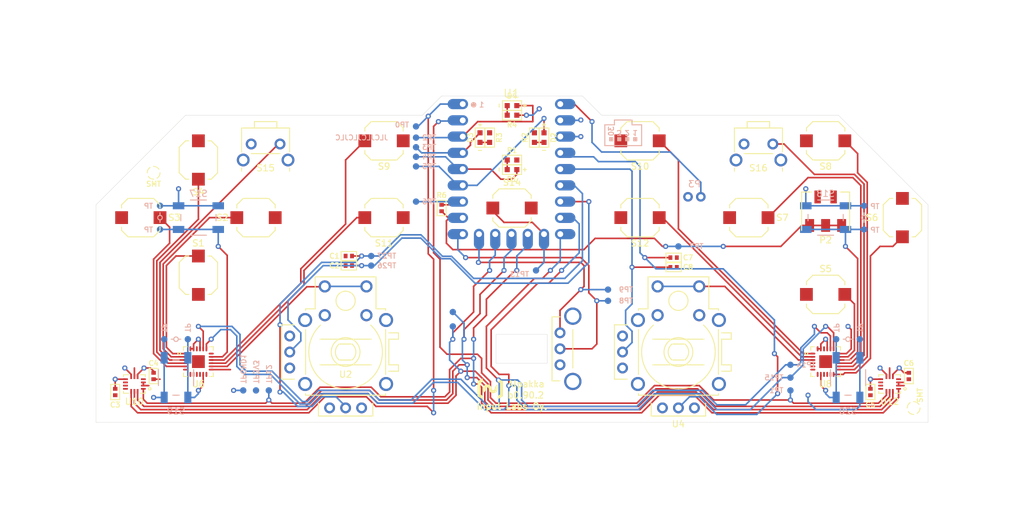
<source format=kicad_pcb>
(kicad_pcb (version 20240108) (generator "pcbnew") (generator_version "8.0")
  (title_block (title "Alpakka") (company "Input Labs Oy."))
  (layers (0 "F.Cu" signal) (31 "B.Cu" signal) (34 "B.Paste" user) (35 "F.Paste" user) (36 "B.SilkS" user "B.Silkscreen") (37 "F.SilkS" user "F.Silkscreen") (38 "B.Mask" user) (39 "F.Mask" user) (44 "Edge.Cuts" user))
  (net 0 "")
  (net 1 "GP20")
  (net 2 "GND")
  (net 3 "ADC0")
  (net 4 "ADC1")
  (net 5 "SPI_RX")
  (net 6 "SPI_CK")
  (net 7 "SPI_TX")
  (net 8 "Net-(D1-K)")
  (net 9 "GP2")
  (net 10 "GP3")
  (net 11 "GP4")
  (net 12 "GP5")
  (net 13 "GP8")
  (net 14 "GP9")
  (net 15 "GP7")
  (net 16 "GP6")
  (net 17 "A0")
  (net 18 "A1")
  (net 19 "A4")
  (net 20 "A3")
  (net 21 "B15")
  (net 22 "B10")
  (net 23 "B13")
  (net 24 "B11")
  (net 25 "A14")
  (net 26 "B0")
  (net 27 "A13")
  (net 28 "B1")
  (net 29 "A2")
  (net 30 "B12")
  (net 31 "A15")
  (net 32 "B14")
  (net 33 "A9")
  (net 34 "B7")
  (net 35 "I2C_SDA")
  (net 36 "I2C_SCL")
  (net 37 "A12")
  (net 40 "B2")
  (net 47 "Net-(D2-K)")
  (net 48 "Net-(D3-K)")
  (net 49 "Net-(D4-K)")
  (net 50 "CS1")
  (net 51 "CS0")
  (net 63 "VCC")
  (net 65 "/A10")
  (net 66 "5V")
  (net 67 "ADC2")
  (net 68 "ADC3")
  (footprint "ILO_fp:Alpsalpine_SKPM" (layer "F.Cu") (at 149 42)
    (property "Reference" "S8")
    (property "Value" "y")
  )
  (footprint "ILO_fp:NPTH_4mm" (layer "F.Cu") (at 159 62)
    (property "Reference" "REF**" (hide yes))
    (property "Value" "NPTH_4mm" (hide yes))
  )
  (footprint "ILO_fp:Alpsalpine_SKPM" (layer "F.Cu") (at 60 54 180)
    (property "Reference" "S2")
    (property "Value" "right")
  )
  (footprint "ILO_fp:0402" (layer "F.Cu") (at 89 52.5 -90)
    (property "Reference" "R6")
    (property "Value" "R6" (hide yes))
  )
  (footprint "ILO_fp:Alpsalpine_SKPM" (layer "F.Cu") (at 42 54)
    (property "Reference" "S3")
    (property "Value" "left")
  )
  (footprint "ILO_fp:Alpsalpine_SKPM" (layer "F.Cu") (at 80 42 180)
    (property "Reference" "S9")
    (property "Value" "select_1")
  )
  (footprint "ILO_fp:Alpsalpine_SKPM" (layer "F.Cu") (at 80 54 180)
    (property "Reference" "S11")
    (property "Value" "select_2")
  )
  (footprint "ILO_fp:Alpsalpine_SKPM" (layer "F.Cu") (at 120 42)
    (property "Reference" "S10")
    (property "Value" "start_1")
  )
  (footprint "ILO_fp:NPTH_4mm" (layer "F.Cu") (at 41 62)
    (property "Reference" "REF**" (hide yes))
    (property "Value" "NPTH_4mm" (hide yes))
  )
  (footprint "ILO_fp:NPTH_4mm" (layer "F.Cu") (at 62 62)
    (property "Reference" "REF**" (hide yes))
    (property "Value" "NPTH_4mm" (hide yes))
  )
  (footprint "ILO_fp:NPTH_4mm" (layer "F.Cu") (at 85 62)
    (property "Reference" "REF**" (hide yes))
    (property "Value" "NPTH_4mm" (hide yes))
  )
  (footprint "ILO_fp:NPTH_4mm" (layer "F.Cu") (at 115 62)
    (property "Reference" "REF**" (hide yes))
    (property "Value" "NPTH_4mm" (hide yes))
  )
  (footprint "ILO_fp:NPTH_4mm" (layer "F.Cu") (at 138 62)
    (property "Reference" "REF**" (hide yes))
    (property "Value" "NPTH_4mm" (hide yes))
  )
  (footprint "ILO_fp:Alpsalpine_SKPM" (layer "F.Cu") (at 149 66)
    (property "Reference" "S5")
    (property "Value" "a")
  )
  (footprint "ILO_fp:Alpsalpine_SKPM" (layer "F.Cu") (at 161 54 -90)
    (property "Reference" "S6")
    (property "Value" "b")
  )
  (footprint "ILO_fp:Alpsalpine_SKPM" (layer "F.Cu") (at 137 54)
    (property "Reference" "S7")
    (property "Value" "x")
  )
  (footprint "ILO_fp:Alpsalpine_SKPM" (layer "F.Cu") (at 51 63 90)
    (property "Reference" "S1")
    (property "Value" "down")
  )
  (footprint "ILO_fp:Alpsalpine_SKPM" (layer "F.Cu") (at 51 45 -90)
    (property "Reference" "S4")
    (property "Value" "up")
  )
  (footprint "ILO_fp:NPTH_2mm" (layer "F.Cu") (at 85 49)
    (property "Reference" "REF**" (hide yes))
    (property "Value" "NPTH_2mm" (hide yes))
  )
  (footprint "ILO_fp:NPTH_2mm" (layer "F.Cu") (at 62 49)
    (property "Reference" "REF**" (hide yes))
    (property "Value" "NPTH_2mm" (hide yes))
  )
  (footprint "ILO_fp:NPTH_2mm" (layer "F.Cu") (at 85 75)
    (property "Reference" "REF**" (hide yes))
    (property "Value" "NPTH_2mm" (hide yes))
  )
  (footprint "ILO_fp:NPTH_2mm" (layer "F.Cu") (at 62 75)
    (property "Reference" "REF**" (hide yes))
    (property "Value" "NPTH_2mm" (hide yes))
  )
  (footprint "ILO_fp:NPTH_2mm" (layer "F.Cu") (at 115 49)
    (property "Reference" "REF**" (hide yes))
    (property "Value" "NPTH_2mm" (hide yes))
  )
  (footprint "ILO_fp:NPTH_2mm" (layer "F.Cu") (at 138 49)
    (property "Reference" "REF**" (hide yes))
    (property "Value" "NPTH_2mm" (hide yes))
  )
  (footprint "ILO_fp:NPTH_2mm" (layer "F.Cu") (at 159 75)
    (property "Reference" "REF**" (hide yes))
    (property "Value" "NPTH_2mm" (hide yes))
  )
  (footprint "ILO_fp:NPTH_2mm" (layer "F.Cu") (at 138 75)
    (property "Reference" "REF**" (hide yes))
    (property "Value" "NPTH_2mm" (hide yes))
  )
  (footprint "ILO_fp:Alpsalpine_SKPM" (layer "F.Cu") (at 100 52.5 180)
    (property "Reference" "S14")
    (property "Value" "home")
  )
  (footprint "ILO_fp:0402" (layer "F.Cu") (at 74.5 60)
    (property "Reference" "C1")
    (property "Value" "C" (hide yes))
  )
  (footprint "ILO_fp:HRO_BC-25-3P" (layer "F.Cu") (at 149 53 -90)
    (property "Reference" "P2")
    (property "Value" "Endpoint" (hide yes))
  )
  (footprint "ILO_fp:0603_d" (layer "F.Cu") (at 95 41.5 90)
    (property "Reference" "D3")
    (property "Value" "Diode" (hide yes))
  )
  (footprint "ILO_fp:0603_d" (layer "F.Cu") (at 100 36.5)
    (property "Reference" "D4")
    (property "Value" "Diode" (hide yes))
  )
  (footprint "ILO_fp:0603_d" (layer "F.Cu") (at 105 41.5 90)
    (property "Reference" "D2")
    (property "Value" "Diode" (hide yes))
  )
  (footprint "ILO_fp:Alpsalpine_RKJXV122400R" (layer "F.Cu") (at 74 75 180)
    (property "Reference" "U2")
    (property "Value" "Alpsalpine_RKJXV" (hide yes))
  )
  (footprint "ILO_fp:NPTH_2mm" (layer "F.Cu") (at 41 75)
    (property "Reference" "REF**" (hide yes))
    (property "Value" "NPTH_2mm" (hide yes))
  )
  (footprint "ILO_fp:Alpsalpine_SKPM" (layer "F.Cu") (at 120 54)
    (property "Reference" "S12")
    (property "Value" "start_2")
  )
  (footprint "ILO_fp:Alpsalpine_SKHHL" (layer "F.Cu") (at 61.5 42.5 180)
    (property "Reference" "S15")
    (property "Value" "l1")
  )
  (footprint "ILO_fp:0402" (layer "F.Cu") (at 74.5 61.5)
    (property "Reference" "C2")
    (property "Value" "C" (hide yes))
  )
  (footprint "ILO_fp:LGA14" (layer "F.Cu") (at 159 80 180)
    (property "Reference" "U12")
    (property "Value" "ST_LSM6" (hide yes))
  )
  (footprint "ILO_fp:0402" (layer "F.Cu") (at 162 78.75 90)
    (property "Reference" "C6")
    (property "Value" "C" (hide yes))
  )
  (footprint "ILO_fp:0402" (layer "F.Cu") (at 156 81.25 90)
    (property "Reference" "C5")
    (property "Value" "C" (hide yes))
  )
  (footprint "ILO_fp:Alpsalpine_SKHHL" (layer "F.Cu") (at 138.5 42.5 180)
    (property "Reference" "S16")
    (property "Value" "r1")
  )
  (footprint "ILO_fp:0603" (layer "F.Cu") (at 100 45 180)
    (property "Reference" "R1")
    (property "Value" "R" (hide yes))
  )
  (footprint "ILO_fp:0603" (layer "F.Cu") (at 103.5 41.5 -90)
    (property "Reference" "R2")
    (property "Value" "R" (hide yes))
  )
  (footprint "ILO_fp:0603" (layer "F.Cu") (at 96.5 41.5 -90)
    (property "Reference" "R3")
    (property "Value" "R" (hide yes))
  )
  (footprint "ILO_fp:0603" (layer "F.Cu") (at 100 38 180)
    (property "Reference" "R4")
    (property "Value" "R" (hide yes))
  )
  (footprint "ILO_fp:0603_d" (layer "F.Cu") (at 100 46.5)
    (property "Reference" "D1")
    (property "Value" "Diode" (hide yes))
  )
  (footprint "ILO_fp:0402" (layer "F.Cu") (at 38 81.25 90)
    (property "Reference" "C3")
    (property "Value" "C" (hide yes))
  )
  (footprint "ILO_fp:0402" (layer "F.Cu") (at 44 78.75 90)
    (property "Reference" "C4")
    (property "Value" "C" (hide yes))
  )
  (footprint "ILO_fp:QFN24" (layer "F.Cu") (at 149 76.5)
    (property "Reference" "U8")
    (property "Value" "NXP_PCAL6416A" (hide yes))
  )
  (footprint "ILO_fp:QFN24" (layer "F.Cu") (at 51 76.5)
    (property "Reference" "U6")
    (property "Value" "NXP_PCAL6416A" (hide yes))
  )
  (footprint "ILO_fp:NPTH_2mm" (layer "F.Cu") (at 44 47)
    (property "Reference" "REF**" (hide yes))
    (property "Value" "NPTH_2mm" (hide yes))
  )
  (footprint "ILO_fp:0402" (layer "F.Cu") (at 125.25 61.75 180)
    (property "Reference" "C8")
    (property "Value" "C" (hide yes))
  )
  (footprint "ILO_fp:Alpsalpine_RKJXV122400R" (layer "F.Cu") (at 126 75 180)
    (property "Reference" "U4")
    (property "Value" "Alpsalpine_RKJXV" (hide yes))
  )
  (footprint "LOGO" (layer "F.Cu") (at 96.6 80.75)
    (property "Reference" "G***" (hide yes))
    (property "Value" "LOGO" (hide yes))
  )
  (footprint "ILO_fp:0402" (layer "F.Cu") (at 125.25 60.25 180)
    (property "Reference" "C7")
    (property "Value" "C" (hide yes))
  )
  (footprint "" (layer "F.Cu") (at 162.75 83.75)
    (property "Reference" "")
    (property "Value" "")
  )
  (footprint "ILO_fp:LGA14" (layer "F.Cu") (at 41 80 180)
    (property "Reference" "U10")
    (property "Value" "ST_LSM6" (hide yes))
  )
  (footprint "ILO_fp:Alpsalpine_EC10E" (layer "F.Cu") (at 108.5 74.5 -90)
    (property "Reference" "U3" (hide yes))
    (property "Value" "Alpsalpine_EC10E" (hide yes))
  )
  (footprint "ILO_fp:Alpsalpine_SKQG" (layer "B.Cu") (at 51 54)
    (property "Reference" "S17")
    (property "Value" "l2" (hide yes))
  )
  (footprint "ILO_fp:Alpsalpine_SKQG" (layer "B.Cu") (at 152.5 79 -90)
    (property "Reference" "S20")
    (property "Value" "r4" (hide yes))
  )
  (footprint "ILO_fp:Alpsalpine_SKQG" (layer "B.Cu") (at 149 54)
    (property "Reference" "S18")
    (property "Value" "r2" (hide yes))
  )
  (footprint "ILO_fp:Alpsalpine_SKQG" (layer "B.Cu") (at 47.5 79 90)
    (property "Reference" "S19")
    (property "Value" "l4" (hide yes))
  )
  (footprint "ILO_fp:Pad_1mm" (layer "B.Cu") (at 49.35 73 180)
    (property "Reference" "TP204" (hide yes))
    (property "Value" "Endpoint" (hide yes))
  )
  (footprint "ILO_fp:Pad_1mm" (layer "B.Cu") (at 62 81 180)
    (property "Reference" "TP12")
    (property "Value" "Endpoint" (hide yes))
  )
  (footprint "ILO_fp:Pad_1mm" (layer "B.Cu") (at 126 58.5 180)
    (property "Reference" "TP7")
    (property "Value" "Endpoint" (hide yes))
  )
  (footprint "ILO_fp:Pad_1mm" (layer "B.Cu") (at 85 51.5 180)
    (property "Reference" "TP6")
    (property "Value" "Endpoint" (hide yes))
  )
  (footprint "ILO_fp:Pad_1mm" (layer "B.Cu") (at 45 55.85 180)
    (property "Reference" "TP202" (hide yes))
    (property "Value" "Endpoint" (hide yes))
  )
  (footprint "ILO_fp:JST_PH_2_TH" (layer "B.Cu") (at 128.5 50.75 180)
    (property "Reference" "P3")
    (property "Value" "Conn_01x02")
  )
  (footprint "ILO_fp:Pad_1mm" (layer "B.Cu") (at 78 60 180)
    (property "Reference" "TP27")
    (property "Value" "Endpoint" (hide yes))
  )
  (footprint "ILO_fp:Pad_1mm" (layer "B.Cu") (at 103.75 62.25 180)
    (property "Reference" "TP13")
    (property "Value" "Endpoint" (hide yes))
  )
  (footprint "ILO_fp:Pad_1mm" (layer "B.Cu") (at 143.5 79 180)
    (property "Reference" "TP15")
    (property "Value" "Endpoint" (hide yes))
  )
  (footprint "ILO_fp:Pad_1mm" (layer "B.Cu") (at 90.75 71 180)
    (property "Reference" "TP10" (hide yes))
    (property "Value" "Endpoint" (hide yes))
  )
  (footprint "ILO_fp:Pad_1mm" (layer "B.Cu") (at 85 39.75 180)
    (property "Reference" "TP0")
    (property "Value" "Endpoint" (hide yes))
  )
  (footprint "ILO_fp:Pad_1mm" (layer "B.Cu") (at 115 65.25 180)
    (property "Reference" "TP9")
    (property "Value" "Endpoint" (hide yes))
  )
  (footprint "ILO_fp:Pad_1mm" (layer "B.Cu") (at 85 43 180)
    (property "Reference" "TP3")
    (property "Value" "Endpoint" (hide yes))
  )
  (footprint "ILO_fp:Pad_1mm" (layer "B.Cu") (at 154.35 73 180)
    (property "Reference" "TP103" (hide yes))
    (property "Value" "Endpoint" (hide yes))
  )
  (footprint "ILO_fp:Pad_1mm" (layer "B.Cu") (at 85 41.5 180)
    (property "Reference" "TP2")
    (property "Value" "Endpoint" (hide yes))
  )
  (footprint "ILO_fp:Pad_1mm" (layer "B.Cu") (at 85 44.5 180)
    (property "Reference" "TP4")
    (property "Value" "Endpoint" (hide yes))
  )
  (footprint "ILO_fp:Pad_1mm" (layer "B.Cu") (at 115 67 180)
    (property "Reference" "TP8")
    (property "Value" "Endpoint" (hide yes))
  )
  (footprint "ILO_fp:Pad_1mm" (layer "B.Cu") (at 85 46 180)
    (property "Reference" "TP5")
    (property "Value" "Endpoint" (hide yes))
  )
  (footprint "ILO_fp:Pad_1mm" (layer "B.Cu") (at 60 81 180)
    (property "Reference" "TP3V3")
    (property "Value" "Endpoint" (hide yes))
  )
  (footprint "ILO_fp:Pad_1mm" (layer "B.Cu") (at 90.75 68.75 180)
    (property "Reference" "TP11" (hide yes))
    (property "Value" "Endpoint" (hide yes))
  )
  (footprint "ILO_fp:Pad_1mm" (layer "B.Cu") (at 45.65 73 180)
    (property "Reference" "TP203" (hide yes))
    (property "Value" "Endpoint" (hide yes))
  )
  (footprint "ILO_fp:Pad_1mm" (layer "B.Cu") (at 155 55.85 180)
    (property "Reference" "TP102" (hide yes))
    (property "Value" "Endpoint" (hide yes))
  )
  (footprint "ILO_fp:Pad_1mm" (layer "B.Cu") (at 150.65 73 180)
    (property "Reference" "TP104" (hide yes))
    (property "Value" "Endpoint" (hide yes))
  )
  (footprint "ILO_fp:Pad_1mm" (layer "B.Cu") (at 155 52.15 180)
    (property "Reference" "TP101" (hide yes))
    (property "Value" "Endpoint" (hide yes))
  )
  (footprint "ILO_fp:Pad_1mm" (layer "B.Cu") (at 143.5 81 180)
    (property "Reference" "TP1")
    (property "Value" "Endpoint" (hide yes))
  )
  (footprint "ILO_fp:Pad_1mm" (layer "B.Cu") (at 45 52.15 180)
    (property "Reference" "TP201" (hide yes))
    (property "Value" "Endpoint" (hide yes))
  )
  (footprint "ILO_fp:PICOMINI" (layer "B.Cu") (at 100.809 45.785 180)
    (property "Reference" "U1")
    (property "Value" "微雪RP2040-ZERO")
  )
  (footprint "ILO_fp:Pad_1mm" (layer "B.Cu") (at 58 81 180)
    (property "Reference" "TPGND1")
    (property "Value" "Endpoint" (hide yes))
  )
  (footprint "ILO_fp:Pad_1mm" (layer "B.Cu") (at 143.5 77 180)
    (property "Reference" "TP14")
    (property "Value" "Endpoint" (hide yes))
  )
  (footprint "ILO_fp:Pad_1mm" (layer "B.Cu") (at 78 61.5 180)
    (property "Reference" "TP26")
    (property "Value" "Endpoint" (hide yes))
  )
  (gr_circle (center 155 54) (end 155.25 54.25) (stroke (width 0.16)) (fill none) (layer "B.SilkS"))
  (gr_line (start 152.853553 73) (end 153.25 73) (stroke (width 0.16)) (layer "B.SilkS"))
  (gr_line (start 120.25 39.5) (end 118.75 39.5) (stroke (width 0.16)) (layer "B.SilkS"))
  (gr_line (start 47.853553 73) (end 48.25 73) (stroke (width 0.16)) (layer "B.SilkS"))
  (gr_line (start 47.146447 73) (end 46.75 73) (stroke (width 0.16)) (layer "B.SilkS"))
  (gr_line (start 45 53.646447) (end 45 53.25) (stroke (width 0.16)) (layer "B.SilkS"))
  (gr_circle (center 152.5 73) (end 152.25 73.25) (stroke (width 0.16)) (fill none) (layer "B.SilkS"))
  (gr_line (start 155 54.353553) (end 155 54.75) (stroke (width 0.16)) (layer "B.SilkS"))
  (gr_circle (center 47.5 73) (end 47.25 73.25) (stroke (width 0.16)) (fill none) (layer "B.SilkS"))
  (gr_rect (start 117.75 41.5) (end 118.25 42) (stroke (width 0.16)) (fill solid) (layer "B.SilkS"))
  (gr_line (start 116 39.5) (end 114.5 39.5) (stroke (width 0.16)) (layer "B.SilkS"))
  (gr_line (start 45 54.353553) (end 45 54.75) (stroke (width 0.16)) (layer "B.SilkS"))
  (gr_rect (start 119 41.5) (end 119.5 42) (stroke (width 0.16)) (fill solid) (layer "B.SilkS"))
  (gr_rect (start 115.25 41.5) (end 115.75 42) (stroke (width 0.16)) (fill solid) (layer "B.SilkS"))
  (gr_line (start 114.5 42.75) (end 120.25 42.75) (stroke (width 0.16)) (layer "B.SilkS"))
  (gr_line (start 116 38.75) (end 116 39.5) (stroke (width 0.16)) (layer "B.SilkS"))
  (gr_line (start 118.75 38.75) (end 116 38.75) (stroke (width 0.16)) (layer "B.SilkS"))
  (gr_line (start 155 53.646447) (end 155 53.25) (stroke (width 0.16)) (layer "B.SilkS"))
  (gr_circle (center 94 36.3728) (end 93.646447 36.3728) (stroke (width 0.16)) (fill solid) (layer "B.SilkS"))
  (gr_line (start 152.146447 73) (end 151.75 73) (stroke (width 0.16)) (layer "B.SilkS"))
  (gr_line (start 120.25 42.75) (end 120.25 39.5) (stroke (width 0.16)) (layer "B.SilkS"))
  (gr_line (start 118.75 39.5) (end 118.75 38.75) (stroke (width 0.16)) (layer "B.SilkS"))
  (gr_circle (center 45 54) (end 45.25 54.25) (stroke (width 0.16)) (fill none) (layer "B.SilkS"))
  (gr_line (start 114.5 39.5) (end 114.5 42.75) (stroke (width 0.16)) (layer "B.SilkS"))
  (gr_rect (start 116.5 41.5) (end 117 42) (stroke (width 0.16)) (fill solid) (layer "B.SilkS"))
  (gr_arc (start 162.75 82.75) (mid 163.221847 82.868345) (end 163.58205 83.1953) (stroke (width 0.153)) (layer "F.SilkS"))
  (gr_arc (start 44 46) (mid 44.471847 46.118345) (end 44.83205 46.4453) (stroke (width 0.153)) (layer "F.SilkS"))
  (gr_arc (start 43 47) (mid 43.118345 46.528153) (end 43.4453 46.16795) (stroke (width 0.153)) (layer "F.SilkS"))
  (gr_arc (start 163.75 83.75) (mid 163.631655 84.221847) (end 163.3047 84.58205) (stroke (width 0.153)) (layer "F.SilkS"))
  (gr_arc (start 44 48) (mid 43.528153 47.881655) (end 43.16795 47.5547) (stroke (width 0.153)) (layer "F.SilkS"))
  (gr_arc (start 45 47) (mid 44.881655 47.471847) (end 44.5547 47.83205) (stroke (width 0.153)) (layer "F.SilkS"))
  (gr_arc (start 161.75 83.75) (mid 161.868345 83.278153) (end 162.1953 82.91795) (stroke (width 0.153)) (layer "F.SilkS"))
  (gr_arc (start 162.75 84.75) (mid 162.278153 84.631655) (end 161.91795 84.3047) (stroke (width 0.153)) (layer "F.SilkS"))
  (gr_line (start 100 35) (end 89 35) (stroke (width 0.05)) (layer "Edge.Cuts"))
  (gr_line (start 89 35) (end 86 38) (stroke (width 0.05)) (layer "Edge.Cuts"))
  (gr_line (start 111 35) (end 114 38) (stroke (width 0.05)) (layer "Edge.Cuts"))
  (gr_line (start 100 35) (end 111 35) (stroke (width 0.05)) (layer "Edge.Cuts"))
  (gr_line (start 35 86) (end 165 86) (stroke (width 0.05)) (layer "Edge.Cuts"))
  (gr_line (start 114 38) (end 151 38) (stroke (width 0.05)) (layer "Edge.Cuts"))
  (gr_rect (start 97.5 72.25) (end 105.5 76.75) (stroke (width 0.05)) (fill none) (layer "Edge.Cuts"))
  (gr_line (start 151 38) (end 165 52) (stroke (width 0.05)) (layer "Edge.Cuts"))
  (gr_line (start 165 86) (end 165 52) (stroke (width 0.05)) (layer "Edge.Cuts"))
  (gr_line (start 49 38) (end 35 52) (stroke (width 0.05)) (layer "Edge.Cuts"))
  (gr_line (start 35 86) (end 35 52) (stroke (width 0.05)) (layer "Edge.Cuts"))
  (gr_line (start 86 38) (end 49 38) (stroke (width 0.05)) (layer "Edge.Cuts"))
  (gr_text "JLCJLCJLCJLC" (at 76.5 41.5 0) (layer "B.SilkS") (effects (font (size 0.8 0.8)) (justify mirror)))
  (gr_text "1" (at 119.25 40.75 180) (layer "B.SilkS") (effects (font (size 0.8 0.8) (thickness 0.153)) (justify mirror)))
  (gr_text "3" (at 116.75 40.75 180) (layer "B.SilkS") (effects (font (size 0.8 0.8) (thickness 0.153)) (justify mirror)))
  (gr_text "2" (at 118 40.75 180) (layer "B.SilkS") (effects (font (size 0.8 0.8) (thickness 0.153)) (justify mirror)))
  (gr_text "TP" (at 150.65 72 270) (layer "B.SilkS") (effects (font (size 0.8 0.8) (thickness 0.153)) (justify left mirror)))
  (gr_text "TP" (at 157.5 52.25 0) (layer "B.SilkS") (effects (font (size 0.8 0.8) (thickness 0.153)) (justify left mirror)))
  (gr_text "TP" (at 49.3 72 270) (layer "B.SilkS") (effects (font (size 0.8 0.8) (thickness 0.153)) (justify left mirror)))
  (gr_text "TP" (at 44 52.2 0) (layer "B.SilkS") (effects (font (size 0.8 0.8) (thickness 0.153)) (justify left mirror)))
  (gr_text "TP" (at 44 55.9 0) (layer "B.SilkS") (effects (font (size 0.8 0.8) (thickness 0.153)) (justify left mirror)))
  (gr_text "TP" (at 45.6 72 270) (layer "B.SilkS") (effects (font (size 0.8 0.8) (thickness 0.153)) (justify left mirror)))
  (gr_text "TP" (at 157.5 55.95 0) (layer "B.SilkS") (effects (font (size 0.8 0.8) (thickness 0.153)) (justify left mirror)))
  (gr_text "1" (at 95.2504 36.3728 0) (layer "B.SilkS") (effects (font (size 0.8 0.8) (thickness 0.153)) (justify mirror)))
  (gr_text "TP" (at 154.35 72 270) (layer "B.SilkS") (effects (font (size 0.8 0.8) (thickness 0.153)) (justify left mirror)))
  (gr_text "30" (at 115.5 40.5 90) (layer "B.SilkS") (effects (font (size 0.8 0.8) (thickness 0.153)) (justify mirror)))
  (gr_text "Input Labs Oy." (at 100 83.5 0) (layer "F.SilkS") (effects (font (size 1 1) (thickness 0.2))))
  (gr_text "Alpakka" (at 99.25 80 0) (layer "F.SilkS") (effects (font (size 1 1) (thickness 0.16)) (justify left)))
  (gr_text "b0.90.2" (at 99.2 81.75 0) (layer "F.SilkS") (effects (font (size 1 1) (thickness 0.16)) (justify left)))
  (gr_text "SMT" (at 163.75 81.75 90) (layer "F.SilkS") (effects (font (size 0.8 0.8) (thickness 0.153))))
  (gr_text "SMT" (at 44 48.75 0) (layer "F.SilkS") (effects (font (size 0.8 0.8) (thickness 0.153))))
  (segment (start 97 53) (end 98.75 54.75) (width 0.25) (layer "F.Cu") (net 1))
  (segment (start 103.17 54.75) (end 105 56.58) (width 0.25) (layer "F.Cu") (net 1))
  (segment (start 98.75 54.75) (end 103.17 54.75) (width 0.25) (layer "F.Cu") (net 1))
  (segment (start 103.75 62.25) (end 105 61) (width 0.25) (layer "B.Cu") (net 1))
  (segment (start 105 61) (end 105 57.342) (width 0.25) (layer "B.Cu") (net 1))
  (segment (start 105 57.75) (end 105 57.342) (width 0.25) (layer "B.Cu") (net 1))
  (segment (start 159 78.852) (end 159 77.5) (width 0.25) (layer "F.Cu") (net 2))
  (segment (start 102.25 38) (end 100.75 38) (width 0.25) (layer "F.Cu") (net 2))
  (segment (start 41 77.5) (end 41 78.852) (width 0.25) (layer "F.Cu") (net 2))
  (segment (start 160.398 79.75) (end 160.398 80.25) (width 0.25) (layer "F.Cu") (net 2))
  (segment (start 44 79.25) (end 45 79.25) (width 0.25) (layer "F.Cu") (net 2))
  (segment (start 160.398 79.75) (end 161.25 79.75) (width 0.25) (layer "F.Cu") (net 2))
  (segment (start 158.5 78.852) (end 158.5 78.5) (width 0.25) (layer "F.Cu") (net 2))
  (segment (start 42.398 80.25) (end 42.398 79.75) (width 0.25) (layer "F.Cu") (net 2))
  (segment (start 43 80.25) (end 43.25 80.25) (width 0.25) (layer "F.Cu") (net 2))
  (segment (start 40.5 78.5) (end 40.5 78.852) (width 0.25) (layer "F.Cu") (net 2))
  (segment (start 158.5 78.5) (end 157.5 77.5) (width 0.25) (layer "F.Cu") (net 2))
  (segment (start 160.398 80.25) (end 161.25 80.25) (width 0.25) (layer "F.Cu") (net 2))
  (segment (start 53 77.75) (end 56 77.75) (width 0.25) (layer "F.Cu") (net 2))
  (segment (start 42.398 80.25) (end 43 80.25) (width 0.25) (layer "F.Cu") (net 2))
  (segment (start 39.5 77.5) (end 40.5 78.5) (width 0.25) (layer "F.Cu") (net 2))
  (via (at 102.25 38) (size 0.8) (drill 0.4) (layers "F.Cu" "B.Cu") (net 2))
  (via (at 39.5 77.5) (size 0.8) (drill 0.4) (layers "F.Cu" "B.Cu") (net 2))
  (via (at 44 82.1) (size 0.8) (drill 0.4) (layers "F.Cu" "B.Cu") (net 2))
  (via (at 56.5 81) (size 0.8) (drill 0.4) (layers "F.Cu" "B.Cu") (net 2))
  (via (at 104.25 37) (size 0.8) (drill 0.4) (layers "F.Cu" "B.Cu") (net 2))
  (via (at 145.9 49.5) (size 0.8) (drill 0.4) (layers "F.Cu" "B.Cu") (net 2))
  (via (at 110.75 38.75) (size 0.8) (drill 0.4) (layers "F.Cu" "B.Cu") (net 2))
  (via (at 157.5 77.5) (size 0.8) (drill 0.4) (layers "F.Cu" "B.Cu") (net 2))
  (via (at 47.9 49.5) (size 0.8) (drill 0.4) (layers "F.Cu" "B.Cu") (net 2))
  (via (at 146.25 81.75) (size 0.8) (drill 0.4) (layers "F.Cu" "B.Cu") (net 2))
  (segment (start 47.9 52.15) (end 54.1 52.15) (width 0.25) (layer "B.Cu") (net 2))
  (segment (start 45.65 75.9) (end 45.65 82.1) (width 0.25) (layer "B.Cu") (net 2))
  (segment (start 154.35 75.9) (end 154.35 82.1) (width 0.25) (layer "B.Cu") (net 2))
  (segment (start 45.65 82.1) (end 44 82.1) (width 0.25) (layer "B.Cu") (net 2))
  (segment (start 146.25 81.75) (end 146.25 82.75) (width 0.25) (layer "B.Cu") (net 2))
  (segment (start 153.75 84) (end 154.35 83.4) (width 0.25) (layer "B.Cu") (net 2))
  (segment (start 154.35 83.4) (end 154.35 82.1) (width 0.25) (layer "B.Cu") (net 2))
  (segment (start 103.25 38) (end 102.25 38) (width 0.25) (layer "B.Cu") (net 2))
  (segment (start 45.65 75.9) (end 45.65 73.1) (width 0.25) (layer "B.Cu") (net 2))
  (segment (start 154.35 75.9) (end 154.35 73.1) (width 0.25) (layer "B.Cu") (net 2))
  (segment (start 152.1 52.15) (end 145.9 52.15) (width 0.25) (layer "B.Cu") (net 2))
  (segment (start 104.25 37) (end 103.25 38) (width 0.25) (layer "B.Cu") (net 2))
  (segment (start 47.9 52.15) (end 45 52.15) (width 0.25) (layer "B.Cu") (net 2))
  (segment (start 152.1 52.15) (end 155 52.15) (width 0.25) (layer "B.Cu") (net 2))
  (segment (start 110.75 38.75) (end 110.7 38.8) (width 0.25) (layer "B.Cu") (net 2))
  (segment (start 58 81) (end 56.5 81) (width 0.25) (layer "B.Cu") (net 2))
  (segment (start 110.7 38.8) (end 107.54 38.8) (width 0.25) (layer "B.Cu") (net 2))
  (segment (start 145.9 52.15) (end 145.9 49.5) (width 0.25) (layer "B.Cu") (net 2))
  (segment (start 146.25 82.75) (end 147.5 84) (width 0.25) (layer "B.Cu") (net 2))
  (segment (start 47.9 52.15) (end 47.9 49.5) (width 0.25) (layer "B.Cu") (net 2))
  (segment (start 147.5 84) (end 153.75 84) (width 0.25) (layer "B.Cu") (net 2))
  (segment (start 76.5 61.5) (end 75.999988 61.5) (width 0.25) (layer "F.Cu") (net 3))
  (segment (start 75.999988 61.5) (end 75 61.5) (width 0.25) (layer "F.Cu") (net 3))
  (segment (start 107.54 51.5) (end 112 51.5) (width 0.25) (layer "F.Cu") (net 3))
  (via (at 112 51.5) (size 0.8) (drill 0.4) (layers "F.Cu" "B.Cu") (net 3))
  (via (at 76.5 61.5) (size 0.8) (drill 0.4) (layers "F.Cu" "B.Cu") (net 3))
  (segment (start 67 72) (end 67 73.27) (width 0.25) (layer "B.Cu") (net 3))
  (segment (start 70.5 61.5) (end 65 67) (width 0.25) (layer "B.Cu") (net 3))
  (segment (start 90.387683 60.420841) (end 94.216842 64.25) (width 0.25) (layer "B.Cu") (net 3))
  (segment (start 88.970841 60.420841) (end 90.387683 60.420841) (width 0.25) (layer "B.Cu") (net 3))
  (segment (start 65 67) (end 65 70) (width 0.25) (layer "B.Cu") (net 3))
  (segment (start 76.5 61.5) (end 70.5 61.5) (width 0.25) (layer "B.Cu") (net 3))
  (segment (start 78.5 61.5) (end 82.8 57.2) (width 0.25) (layer "B.Cu") (net 3))
  (segment (start 108.75 64.25) (end 112 61) (width 0.25) (layer "B.Cu") (net 3))
  (segment (start 78 61.5) (end 78.5 61.5) (width 0.25) (layer "B.Cu") (net 3))
  (segment (start 76.5 61.5) (end 78 61.5) (width 0.25) (layer "B.Cu") (net 3))
  (segment (start 85.75 57.2) (end 88.970841 60.420841) (width 0.25) (layer "B.Cu") (net 3))
  (segment (start 67 73.27) (end 65.27 75) (width 0.25) (layer "B.Cu") (net 3))
  (segment (start 82.8 57.2) (end 85.75 57.2) (width 0.25) (layer "B.Cu") (net 3))
  (segment (start 65 70) (end 67 72) (width 0.25) (layer "B.Cu") (net 3))
  (segment (start 112 61) (end 112 51.5) (width 0.25) (layer "B.Cu") (net 3))
  (segment (start 94.216842 64.25) (end 108.75 64.25) (width 0.25) (layer "B.Cu") (net 3))
  (segment (start 63.75 81.25) (end 63.75 70.75) (width 0.25) (layer "F.Cu") (net 4))
  (segment (start 75 60) (end 76.5 60) (width 0.25) (layer "F.Cu") (net 4))
  (via (at 63.75 70.75) (size 0.8) (drill 0.4) (layers "F.Cu" "B.Cu") (net 4))
  (via (at 63.75 81.25) (size 0.8) (drill 0.4) (layers "F.Cu" "B.Cu") (net 4))
  (via (at 76.5 60) (size 0.8) (drill 0.4) (layers "F.Cu" "B.Cu") (net 4))
  (segment (start 85.773159 56.69) (end 89.127 60.043841) (width 0.25) (layer "B.Cu") (net 4))
  (segment (start 64.25 81.25) (end 66.504 83.504) (width 0.25) (layer "B.Cu") (net 4))
  (segment (start 111 50.25) (end 109.71 48.96) (width 0.25) (layer "B.Cu") (net 4))
  (segment (start 68.746 83.504) (end 70.25 82) (width 0.25) (layer "B.Cu") (net 4))
  (segment (start 109.71 48.96) (end 108.302 48.96) (width 0.25) (layer "B.Cu") (net 4))
  (segment (start 70.25 82) (end 72.5 82) (width 0.25) (layer "B.Cu") (net 4))
  (segment (start 63.75 67.5) (end 70.25 61) (width 0.25) (layer "B.Cu") (net 4))
  (segment (start 75.5 61) (end 76.5 60) (width 0.25) (layer "B.Cu") (net 4))
  (segment (start 70.25 61) (end 75.5 61) (width 0.25) (layer "B.Cu") (net 4))
  (segment (start 111 60.75) (end 111 50.25) (width 0.25) (layer "B.Cu") (net 4))
  (segment (start 72.5 82) (end 74 83.5) (width 0.25) (layer "B.Cu") (net 4))
  (segment (start 90.543841 60.043841) (end 94 63.5) (width 0.25) (layer "B.Cu") (net 4))
  (segment (start 79.25 60) (end 82.56 56.69) (width 0.25) (layer "B.Cu") (net 4))
  (segment (start 63.75 70.75) (end 63.75 67.5) (width 0.25) (layer "B.Cu") (net 4))
  (segment (start 82.56 56.69) (end 85.773159 56.69) (width 0.25) (layer "B.Cu") (net 4))
  (segment (start 66.504 83.504) (end 68.746 83.504) (width 0.25) (layer "B.Cu") (net 4))
  (segment (start 94 63.5) (end 108.25 63.5) (width 0.25) (layer "B.Cu") (net 4))
  (segment (start 89.127 60.043841) (end 90.543841 60.043841) (width 0.25) (layer "B.Cu") (net 4))
  (segment (start 108.25 63.5) (end 111 60.75) (width 0.25) (layer "B.Cu") (net 4))
  (segment (start 63.75 81.25) (end 64.25 81.25) (width 0.25) (layer "B.Cu") (net 4))
  (segment (start 76.5 60) (end 78 60) (width 0.25) (layer "B.Cu") (net 4))
  (segment (start 78 60) (end 79.25 60) (width 0.25) (layer "B.Cu") (net 4))
  (segment (start 158 84.5) (end 160.398 82.102) (width 0.25) (layer "F.Cu") (net 5))
  (segment (start 61.5 83) (end 43 83) (width 0.25) (layer "F.Cu") (net 5))
  (segment (start 43 83) (end 42.398 82.398) (width 0.25) (layer "F.Cu") (net 5))
  (segment (start 78 80.5) (end 70 80.5) (width 0.25) (layer "F.Cu") (net 5))
  (segment (start 94 71.25) (end 96 69.25) (width 0.25) (layer "F.Cu") (net 5))
  (segment (start 120.25 84.5) (end 123 81.75) (width 0.25) (layer "F.Cu") (net 5))
  (segment (start 95.25 80.5) (end 95.25 83) (width 0.25) (layer "F.Cu") (net 5))
  (segment (start 94 80) (end 94.75 80) (width 0.25) (layer "F.Cu") (net 5))
  (segment (start 95.25 83) (end 96.75 84.5) (width 0.25) (layer "F.Cu") (net 5))
  (segment (start 160.398 82.102) (end 160.398 80.75) (width 0.25) (layer "F.Cu") (net 5))
  (segment (start 42.398 82.398) (end 42.398 80.75) (width 0.25) (layer "F.Cu") (net 5))
  (segment (start 94 73) (end 94 71.25) (width 0.25) (layer "F.Cu") (net 5))
  (segment (start 90.25 77.75) (end 90.25 81.25) (width 0.25) (layer "F.Cu") (net 5))
  (segment (start 62.5 83) (end 62 82.5) (width 0.25) (layer "F.Cu") (net 5))
  (segment (start 67.5 83) (end 62.5 83) (width 0.25) (layer "F.Cu") (net 5))
  (segment (start 96.75 84.5) (end 120.25 84.5) (width 0.25) (layer "F.Cu") (net 5))
  (segment (start 70 80.5) (end 67.5 83) (width 0.25) (layer "F.Cu") (net 5))
  (segment (start 123 81.75) (end 128.5 81.75) (width 0.25) (layer "F.Cu") (net 5))
  (segment (start 90.25 81.25) (end 89.5 82) (width 0.25) (layer "F.Cu") (net 5))
  (segment (start 79.5 82) (end 78 80.5) (width 0.25) (layer "F.Cu") (net 5))
  (segment (start 62 82.5) (end 61.5 83) (width 0.25) (layer "F.Cu") (net 5))
  (segment (start 89.5 82) (end 79.5 82) (width 0.25) (layer "F.Cu") (net 5))
  (segment (start 100.5 62.25) (end 100.75 62.25) (width 0.25) (layer "F.Cu") (net 5))
  (segment (start 94.75 80) (end 95.25 80.5) (width 0.25) (layer "F.Cu") (net 5))
  (segment (start 96 69.25) (end 96 66.75) (width 0.25) (layer "F.Cu") (net 5))
  (segment (start 128.5 81.75) (end 131.25 84.5) (width 0.25) (layer "F.Cu") (net 5))
  (segment (start 92 76) (end 90.25 77.75) (width 0.25) (layer "F.Cu") (net 5))
  (segment (start 131.25 84.5) (end 158 84.5) (width 0.25) (layer "F.Cu") (net 5))
  (segment (start 94 76) (end 92 76) (width 0.25) (layer "F.Cu") (net 5))
  (segment (start 96 66.75) (end 100.5 62.25) (width 0.25) (layer "F.Cu") (net 5))
  (via (at 94 80) (size 0.8) (drill 0.4) (layers "F.Cu" "B.Cu") (net 5))
  (via (at 94 76) (size 0.8) (drill 0.4) (layers "F.Cu" "B.Cu") (net 5))
  (via (at 100.75 62.25) (size 0.8) (drill 0.4) (layers "F.Cu" "B.Cu") (net 5))
  (via (at 62 82.5) (size 0.8) (drill 0.4) (layers "F.Cu" "B.Cu") (net 5))
  (via (at 94 73) (size 0.8) (drill 0.4) (layers "F.Cu" "B.Cu") (net 5))
  (segment (start 100.75 60) (end 102.46 58.29) (width 0.25) (layer "B.Cu") (net 5))
  (segment (start 62 82.5) (end 62 81) (width 0.25) (layer "B.Cu") (net 5))
  (segment (start 100.75 62.25) (end 100.75 60) (width 0.25) (layer "B.Cu") (net 5))
  (segment (start 94 73) (end 94 76) (width 0.25) (layer "B.Cu") (net 5))
  (segment (start 94 80) (end 94 76) (width 0.25) (layer "B.Cu") (net 5))
  (segment (start 102.46 58.29) (end 102.46 57.342) (width 0.25) (layer "B.Cu") (net 5))
  (segment (start 92 78) (end 91.25 78.75) (width 0.25) (layer "F.Cu") (net 6))
  (segment (start 131.75 83.5) (end 157.5 83.5) (width 0.25) (layer "F.Cu") (net 6))
  (segment (start 159 82) (end 159 81.148) (width 0.25) (layer "F.Cu") (net 6))
  (segment (start 96.25 80) (end 96.25 82.5) (width 0.25) (layer "F.Cu") (net 6))
  (segment (start 157.5 83.5) (end 159 82) (width 0.25) (layer "F.Cu") (net 6))
  (segment (start 42 84) (end 41 83) (width 0.25) (layer "F.Cu") (net 6))
  (segment (start 90.75 72) (end 94 68.75) (width 0.25) (layer "F.Cu") (net 6))
  (segment (start 91.25 81.75) (end 90 83) (width 0.25) (layer "F.Cu") (net 6))
  (segment (start 94 68.75) (end 94 64.75) (width 0.25) (layer "F.Cu") (net 6))
  (segment (start 91.25 78.75) (end 91.25 81.75) (width 0.25) (layer "F.Cu") (net 6))
  (segment (start 94 64.75) (end 96.5 62.25) (width 0.25) (layer "F.Cu") (net 6))
  (segment (start 97.25 83.5) (end 119.75 83.5) (width 0.25) (layer "F.Cu") (net 6))
  (segment (start 129 80.75) (end 131.75 83.5) (width 0.25) (layer "F.Cu") (net 6))
  (segment (start 96.25 82.5) (end 97.25 83.5) (width 0.25) (layer "F.Cu") (net 6))
  (segment (start 79 83) (end 77.5 81.5) (width 0.25) (layer "F.Cu") (net 6))
  (segment (start 94.25 78) (end 96.25 80) (width 0.25) (layer "F.Cu") (net 6))
  (segment (start 122.5 80.75) (end 129 80.75) (width 0.25) (layer "F.Cu") (net 6))
  (segment (start 119.75 83.5) (end 122.5 80.75) (width 0.25) (layer "F.Cu") (net 6))
  (segment (start 90 83) (end 79 83) (width 0.25) (layer "F.Cu") (net 6))
  (segment (start 77.5 81.5) (end 70.5 81.5) (width 0.25) (layer "F.Cu") (net 6))
  (segment (start 68 84) (end 42 84) (width 0.25) (layer "F.Cu") (net 6))
  (segment (start 92 78) (end 94.25 78) (width 0.25) (layer "F.Cu") (net 6))
  (segment (start 41 83) (end 41 81.148) (width 0.25) (layer "F.Cu") (net 6))
  (segment (start 70.5 81.5) (end 68 84) (width 0.25) (layer "F.Cu") (net 6))
  (segment (start 90.75 73) (end 90.75 72) (width 0.25) (layer "F.Cu") (net 6))
  (via (at 96.5 62.25) (size 0.8) (drill 0.4) (layers "F.Cu" "B.Cu") (net 6))
  (via (at 92 78) (size 0.8) (drill 0.4) (layers "F.Cu" "B.Cu") (net 6))
  (via (at 90.75 73) (size 0.8) (drill 0.4) (layers "F.Cu" "B.Cu") (net 6))
  (segment (start 96.5 62.25) (end 96.5 60.75) (width 0.25) (layer "B.Cu") (net 6))
  (segment (start 97.38 59.87) (end 97.38 57.342) (width 0.25) (layer "B.Cu") (net 6))
  (segment (start 90.25 76.25) (end 92 78) (width 0.25) (layer "B.Cu") (net 6))
  (segment (start 90.25 73.5) (end 90.25 76.25) (width 0.25) (layer "B.Cu") (net 6))
  (segment (start 96.5 60.75) (end 97.38 59.87) (width 0.25) (layer "B.Cu") (net 6))
  (segment (start 90.75 73) (end 90.25 73.5) (width 0.25) (layer "B.Cu") (net 6))
  (segment (start 90.75 73) (end 90.75 71) (width 0.25) (layer "B.Cu") (net 6))
  (segment (start 70.25 81) (end 67.75 83.5) (width 0.25) (layer "F.Cu") (net 7))
  (segment (start 131.5 84) (end 157.75 84) (width 0.25) (layer "F.Cu") (net 7))
  (segment (start 95 66) (end 98.75 62.25) (width 0.25) (layer "F.Cu") (net 7))
  (segment (start 92.5 71.5) (end 95 69) (width 0.25) (layer "F.Cu") (net 7))
  (segment (start 97 84) (end 120 84) (width 0.25) (layer "F.Cu") (net 7))
  (segment (start 93 79) (end 94.5 79) (width 0.25) (layer "F.Cu") (net 7))
  (segment (start 77.75 81) (end 70.25 81) (width 0.25) (layer "F.Cu") (net 7))
  (segment (start 67.75 83.5) (end 42.5 83.5) (width 0.25) (layer "F.Cu") (net 7))
  (segment (start 79.25 82.5) (end 77.75 81) (width 0.25) (layer "F.Cu") (net 7))
  (segment (start 120 84) (end 122.75 81.25) (width 0.25) (layer "F.Cu") (net 7))
  (segment (start 95.75 80.25) (end 95.75 82.75) (width 0.25) (layer "F.Cu") (net 7))
  (segment (start 90.75 81.5) (end 89.75 82.5) (width 0.25) (layer "F.Cu") (net 7))
  (segment (start 92.5 73) (end 92.5 71.5) (width 0.25) (layer "F.Cu") (net 7))
  (segment (start 95.75 82.75) (end 97 84) (width 0.25) (layer "F.Cu") (net 7))
  (segment (start 89.75 82.5) (end 79.25 82.5) (width 0.25) (layer "F.Cu") (net 7))
  (segment (start 95 69) (end 95 66) (width 0.25) (layer "F.Cu") (net 7))
  (segment (start 159.5 82.25) (end 159.5 81.148) (width 0.25) (layer "F.Cu") (net 7))
  (segment (start 128.75 81.25) (end 131.5 84) (width 0.25) (layer "F.Cu") (net 7))
  (segment (start 42.5 83.5) (end 41.5 82.5) (width 0.25) (layer "F.Cu") (net 7))
  (segment (start 41.5 82.5) (end 41.5 81.148) (width 0.25) (layer "F.Cu") (net 7))
  (segment (start 91.75 77) (end 90.75 78) (width 0.25) (layer "F.Cu") (net 7))
  (segment (start 122.75 81.25) (end 128.75 81.25) (width 0.25) (layer "F.Cu") (net 7))
  (segment (start 94.5 79) (end 95.75 80.25) (width 0.25) (layer "F.Cu") (net 7))
  (segment (start 90.75 78) (end 90.75 81.5) (width 0.25) (layer "F.Cu") (net 7))
  (segment (start 157.75 84) (end 159.5 82.25) (width 0.25) (layer "F.Cu") (net 7))
  (segment (start 93 77) (end 91.75 77) (width 0.25) (layer "F.Cu") (net 7))
  (via (at 93 79) (size 0.8) (drill 0.4) (layers "F.Cu" "B.Cu") (net 7))
  (via (at 93 77) (size 0.8) (drill 0.4) (layers "F.Cu" "B.Cu") (net 7))
  (via (at 98.75 62.25) (size 0.8) (drill 0.4) (layers "F.Cu" "B.Cu") (net 7))
  (via (at 92.5 73) (size 0.8) (drill 0.4) (layers "F.Cu" "B.Cu") (net 7))
  (segment (start 93 79) (end 93 77) (width 0.25) (layer "B.Cu") (net 7))
  (segment (start 92.25 73.25) (end 92.25 76.25) (width 0.25) (layer "B.Cu") (net 7))
  (segment (start 92.25 76.25) (end 93 77) (width 0.25) (layer "B.Cu") (net 7))
  (segment (start 92.5 70.5) (end 90.75 68.75) (width 0.25) (layer "B.Cu") (net 7))
  (segment (start 98.75 60.25) (end 99.92 59.08) (width 0.25) (layer "B.Cu") (net 7))
  (segment (start 92.5 73) (end 92.5 70.5) (width 0.25) (layer "B.Cu") (net 7))
  (segment (start 92.5 73) (end 92.25 73.25) (width 0.25) (layer "B.Cu") (net 7))
  (segment (start 98.75 62.25) (end 98.75 60.25) (width 0.25) (layer "B.Cu") (net 7))
  (segment (start 99.92 59.08) (end 99.92 57.342) (width 0.25) (layer "B.Cu") (net 7))
  (segment (start 99.25 45) (end 99.25 46.5) (width 0.25) (layer "F.Cu") (net 8))
  (segment (start 103.25 39) (end 103.25 36.5) (width 0.25) (layer "F.Cu") (net 9))
  (segment (start 103.25 36.5) (end 100.75 36.5) (width 0.25) (layer "F.Cu") (net 9))
  (segment (start 92.3 41.34) (end 94.64 39) (width 0.25) (layer "F.Cu") (net 9))
  (segment (start 94.64 39) (end 103.25 39) (width 0.25) (layer "F.Cu") (net 9))
  (segment (start 91.378 41.5) (end 85 41.5) (width 0.25) (layer "B.Cu") (net 9))
  (segment (start 91.538 41.34) (end 91.378 41.5) (width 0.25) (layer "B.Cu") (net 9))
  (segment (start 93.5 42.68) (end 93.5 42.25) (width 0.25) (layer "F.Cu") (net 10))
  (segment (start 93.5 42.25) (end 95 40.75) (width 0.25) (layer "F.Cu") (net 10))
  (segment (start 92.3 43.88) (end 93.5 42.68) (width 0.25) (layer "F.Cu") (net 10))
  (segment (start 85.88 43.88) (end 91.538 43.88) (width 0.25) (layer "B.Cu") (net 10))
  (segment (start 85 43) (end 85.88 43.88) (width 0.25) (layer "B.Cu") (net 10))
  (segment (start 100 48) (end 100.75 47.25) (width 0.25) (layer "F.Cu") (net 11))
  (segment (start 92.3 46.42) (end 96.67 46.42) (width 0.25) (layer "F.Cu") (net 11))
  (segment (start 98.25 48) (end 100 48) (width 0.25) (layer "F.Cu") (net 11))
  (segment (start 100.75 47.25) (end 100.75 46.5) (width 0.25) (layer "F.Cu") (net 11))
  (segment (start 96.67 46.42) (end 98.25 48) (width 0.25) (layer "F.Cu") (net 11))
  (segment (start 89.618 44.5) (end 91.538 46.42) (width 0.25) (layer "B.Cu") (net 11))
  (segment (start 85 44.5) (end 89.618 44.5) (width 0.25) (layer "B.Cu") (net 11))
  (segment (start 105 38.5) (end 105 40.75) (width 0.25) (layer "F.Cu") (net 12))
  (via (at 105 38.5) (size 0.8) (drill 0.4) (layers "F.Cu" "B.Cu") (net 12))
  (segment (start 85 46) (end 88.578 46) (width 0.25) (layer "B.Cu") (net 12))
  (segment (start 88.578 46) (end 91.538 48.96) (width 0.25) (layer "B.Cu") (net 12))
  (segment (start 105 38.5) (end 94.54 48.96) (width 0.25) (layer "B.Cu") (net 12))
  (segment (start 91.538 48.96) (end 92.3 48.96) (width 0.25) (layer "B.Cu") (net 12))
  (segment (start 94.54 48.96) (end 92.3 48.96) (width 0.25) (layer "B.Cu") (net 12))
  (segment (start 113.25 73.75) (end 112.5 74.5) (width 0.25) (layer "F.Cu") (net 13))
  (segment (start 113.25 67) (end 113.25 73.75) (width 0.25) (layer "F.Cu") (net 13))
  (segment (start 112 65.75) (end 112 61.5) (width 0.25) (layer "F.Cu") (net 13))
  (segment (start 112.5 74.5) (end 107.5 74.5) (width 0.25) (layer "F.Cu") (net 13))
  (segment (start 113.25 67) (end 112 65.75) (width 0.25) (layer "F.Cu") (net 13))
  (segment (start 112 61.5) (end 110.75 60.25) (width 0.25) (layer "F.Cu") (net 13))
  (segment (start 110.75 60.25) (end 92.75 60.25) (width 0.25) (layer "F.Cu") (net 13))
  (via (at 113.25 67) (size 0.8) (drill 0.4) (layers "F.Cu" "B.Cu") (net 13))
  (via (at 92.75 60.25) (size 0.8) (drill 0.4) (layers "F.Cu" "B.Cu") (net 13))
  (segment (start 91.538 59.038) (end 91.538 56.58) (width 0.25) (layer "B.Cu") (net 13))
  (segment (start 113.25 67) (end 115 67) (width 0.25) (layer "B.Cu") (net 13))
  (segment (start 92.75 60.25) (end 91.538 59.038) (width 0.25) (layer "B.Cu") (net 13))
  (segment (start 110.75 65.25) (end 111.25 64.75) (width 0.25) (layer "F.Cu") (net 14))
  (segment (start 111.25 61.5) (end 110.75 61) (width 0.25) (layer "F.Cu") (net 14))
  (segment (start 110.75 61) (end 94.75 61) (width 0.25) (layer "F.Cu") (net 14))
  (segment (start 111.25 64.75) (end 111.25 61.5) (width 0.25) (layer "F.Cu") (net 14))
  (segment (start 107.5 68.5) (end 107.5 72) (width 0.25) (layer "F.Cu") (net 14))
  (segment (start 110.75 65.25) (end 107.5 68.5) (width 0.25) (layer "F.Cu") (net 14))
  (via (at 110.75 65.25) (size 0.8) (drill 0.4) (layers "F.Cu" "B.Cu") (net 14))
  (via (at 94.75 61) (size 0.8) (drill 0.4) (layers "F.Cu" "B.Cu") (net 14))
  (segment (start 110.75 65.25) (end 115 65.25) (width 0.25) (layer "B.Cu") (net 14))
  (segment (start 94.84 60.91) (end 94.84 57.342) (width 0.25) (layer "B.Cu") (net 14))
  (segment (start 94.75 61) (end 94.84 60.91) (width 0.25) (layer "B.Cu") (net 14))
  (segment (start 90.04 54.04) (end 89 53) (width 0.25) (layer "F.Cu") (net 15))
  (segment (start 145.275 55.225) (end 151.5 55.225) (width 0.25) (layer "F.Cu") (net 15))
  (segment (start 142 58.5) (end 145.275 55.225) (width 0.25) (layer "F.Cu") (net 15))
  (segment (start 122.25 57.25) (end 112.983421 57.25) (width 0.25) (layer "F.Cu") (net 15))
  (segment (start 90.21 54.04) (end 92.3 54.04) (width 0.25) (layer "F.Cu") (net 15))
  (segment (start 92.3 54.04) (end 90.04 54.04) (width 0.25) (layer "F.Cu") (net 15))
  (segment (start 89.75 54.5) (end 90.21 54.04) (width 0.25) (layer "F.Cu") (net 15))
  (segment (start 133 58.5) (end 142 58.5) (width 0.25) (layer "F.Cu") (net 15))
  (segment (start 111.233421 59) (end 90.75 59) (width 0.25) (layer "F.Cu") (net 15))
  (segment (start 124 58.5) (end 123.5 58.5) (width 0.25) (layer "F.Cu") (net 15))
  (segment (start 112.983421 57.25) (end 111.233421 59) (width 0.25) (layer "F.Cu") (net 15))
  (segment (start 89.75 58) (end 89.75 54.5) (width 0.25) (layer "F.Cu") (net 15))
  (segment (start 123.5 58.5) (end 122.25 57.25) (width 0.25) (layer "F.Cu") (net 15))
  (segment (start 90.75 59) (end 89.75 58) (width 0.25) (layer "F.Cu") (net 15))
  (via (at 124 58.5) (size 0.8) (drill 0.4) (layers "F.Cu" "B.Cu") (net 15))
  (via (at 133 58.5) (size 0.8) (drill 0.4) (layers "F.Cu" "B.Cu") (net 15))
  (segment (start 124 58.5) (end 133 58.5) (width 0.25) (layer "B.Cu") (net 15))
  (segment (start 91.8 52) (end 89 52) (width 0.25) (layer "F.Cu") (net 16))
  (segment (start 92.3 51.5) (end 91.8 52) (width 0.25) (layer "F.Cu") (net 16))
  (segment (start 85 51.5) (end 91.538 51.5) (width 0.25) (layer "B.Cu") (net 16))
  (segment (start 47.5 60) (end 46 61.5) (width 0.25) (layer "F.Cu") (net 17))
  (segment (start 46 61.5) (end 46 74.25) (width 0.25) (layer "F.Cu") (net 17))
  (segment (start 47 75.25) (end 49 75.25) (width 0.25) (layer "F.Cu") (net 17))
  (segment (start 46 74.25) (end 47 75.25) (width 0.25) (layer "F.Cu") (net 17))
  (segment (start 51 60) (end 47.5 60) (width 0.25) (layer "F.Cu") (net 17))
  (segment (start 45.5 61.25) (end 52.75 54) (width 0.25) (layer "F.Cu") (net 18))
  (segment (start 46.75 75.75) (end 45.5 74.5) (width 0.25) (layer "F.Cu") (net 18))
  (segment (start 49 75.75) (end 46.75 75.75) (width 0.25) (layer "F.Cu") (net 18))
  (segment (start 52.75 54) (end 56.5 54) (width 0.25) (layer "F.Cu") (net 18))
  (segment (start 45.5 74.5) (end 45.5 61.25) (width 0.25) (layer "F.Cu") (net 18))
  (segment (start 46.5 58) (end 46.5 55.5) (width 0.25) (layer "F.Cu") (net 19))
  (segment (start 49 77.25) (end 46 77.25) (width 0.25) (layer "F.Cu") (net 19))
  (segment (start 46.5 55.5) (end 45 54) (width 0.25) (layer "F.Cu") (net 19))
  (segment (start 46 77.25) (end 44 75.25) (width 0.25) (layer "F.Cu") (net 19))
  (segment (start 44 60.5) (end 46.5 58) (width 0.25) (layer "F.Cu") (net 19))
  (segment (start 44 75.25) (end 44 60.5) (width 0.25) (layer "F.Cu") (net 19))
  (segment (start 51 54.25) (end 44.5 60.75) (width 0.25) (layer "F.Cu") (net 20))
  (segment (start 44.5 60.75) (end 44.5 75) (width 0.25) (layer "F.Cu") (net 20))
  (segment (start 44.5 75) (end 46.25 76.75) (width 0.25) (layer "F.Cu") (net 20))
  (segment (start 46.25 76.75) (end 49 76.75) (width 0.25) (layer "F.Cu") (net 20))
  (segment (start 51 48) (end 51 54.25) (width 0.25) (layer "F.Cu") (net 20))
  (segment (start 153.5 67.5) (end 153.5 74.75) (width 0.25) (layer "F.Cu") (net 21))
  (segment (start 152.5 75.75) (end 151 75.75) (width 0.25) (layer "F.Cu") (net 21))
  (segment (start 153.5 74.75) (end 152.5 75.75) (width 0.25) (layer "F.Cu") (net 21))
  (segment (start 152 66) (end 153.5 67.5) (width 0.25) (layer "F.Cu") (net 21))
  (segment (start 156 60) (end 157.5 58.5) (width 0.25) (layer "F.Cu") (net 22))
  (segment (start 152 78.25) (end 151.75 78.5) (width 0.25) (layer "F.Cu") (net 22))
  (segment (start 153.75 78.25) (end 156 76) (width 0.25) (layer "F.Cu") (net 22))
  (segment (start 157.5 58.5) (end 159.5 58.5) (width 0.25) (layer "F.Cu") (net 22))
  (segment (start 153.75 78.25) (end 152 78.25) (width 0.25) (layer "F.Cu") (net 22))
  (segment (start 159.5 58.5) (end 161 57) (width 0.25) (layer "F.Cu") (net 22))
  (segment (start 156 76) (end 156 60) (width 0.25) (layer "F.Cu") (net 22))
  (segment (start 150.25 78.5) (end 151.75 78.5) (width 0.25) (layer "F.Cu") (net 22))
  (segment (start 153 76.75) (end 151 76.75) (width 0.25) (layer "F.Cu") (net 23))
  (segment (start 140 54) (end 146.25 47.75) (width 0.25) (layer "F.Cu") (net 23))
  (segment (start 154.5 75.25) (end 153 76.75) (width 0.25) (layer "F.Cu") (net 23))
  (segment (start 146.25 47.75) (end 153.25 47.75) (width 0.25) (layer "F.Cu") (net 23))
  (segment (start 153.25 47.75) (end 154.5 49) (width 0.25) (layer "F.Cu") (net 23))
  (segment (start 154.5 49) (end 154.5 75.25) (width 0.25) (layer "F.Cu") (net 23))
  (segment (start 154 44) (end 154 47) (width 0.25) (layer "F.Cu") (net 24))
  (segment (start 154 47) (end 155.5 48.5) (width 0.25) (layer "F.Cu") (net 24))
  (segment (start 152 42) (end 154 44) (width 0.25) (layer "F.Cu") (net 24))
  (segment (start 155.5 75.75) (end 153.5 77.75) (width 0.25) (layer "F.Cu") (net 24))
  (segment (start 155.5 48.5) (end 155.5 75.75) (width 0.25) (layer "F.Cu") (net 24))
  (segment (start 153.5 77.75) (end 151 77.75) (width 0.25) (layer "F.Cu") (net 24))
  (segment (start 67 64.25) (end 55 76.25) (width 0.25) (layer "F.Cu") (net 25))
  (segment (start 74 45) (end 74 55) (width 0.25) (layer "F.Cu") (net 25))
  (segment (start 67 62) (end 67 64.25) (width 0.25) (layer "F.Cu") (net 25))
  (segment (start 55 76.25) (end 53 76.25) (width 0.25) (layer "F.Cu") (net 25))
  (segment (start 77 42) (end 74 45) (width 0.25) (layer "F.Cu") (net 25))
  (segment (start 74 55) (end 67 62) (width 0.25) (layer "F.Cu") (net 25))
  (segment (start 126 45) (end 126 55.75) (width 0.25) (layer "F.Cu") (net 26))
  (segment (start 145.5 75.25) (end 147 75.25) (width 0.25) (layer "F.Cu") (net 26))
  (segment (start 126 55.75) (end 145.5 75.25) (width 0.25) (layer "F.Cu") (net 26))
  (segment (start 123 42) (end 126 45) (width 0.25) (layer "F.Cu") (net 26))
  (segment (start 67.5 64.5) (end 55.25 76.75) (width 0.25) (layer "F.Cu") (net 27))
  (segment (start 55.25 76.75) (end 53 76.75) (width 0.25) (layer "F.Cu") (net 27))
  (segment (start 75.75 54) (end 67.5 62.25) (width 0.25) (layer "F.Cu") (net 27))
  (segment (start 67.5 62.25) (end 67.5 64.5) (width 0.25) (layer "F.Cu") (net 27))
  (segment (start 77 54) (end 75.75 54) (width 0.25) (layer "F.Cu") (net 27))
  (segment (start 123 54) (end 123.5 54) (width 0.25) (layer "F.Cu") (net 28))
  (segment (start 123.5 54) (end 145.25 75.75) (width 0.25) (layer "F.Cu") (net 28))
  (segment (start 145.25 75.75) (end 147 75.75) (width 0.25) (layer "F.Cu") (net 28))
  (segment (start 45 61) (end 45 74.75) (width 0.25) (layer "F.Cu") (net 29))
  (segment (start 45 74.75) (end 46.5 76.25) (width 0.25) (layer "F.Cu") (net 29))
  (segment (start 63.75 42.5) (end 63.5 42.5) (width 0.25) (layer "F.Cu") (net 29))
  (segment (start 46.5 76.25) (end 49 76.25) (width 0.25) (layer "F.Cu") (net 29))
  (segment (start 63.5 42.5) (end 45 61) (width 0.25) (layer "F.Cu") (net 29))
  (segment (start 153.5 47.25) (end 155 48.75) (width 0.25) (layer "F.Cu") (net 30))
  (segment (start 140.75 42.5) (end 142.5 42.5) (width 0.25) (layer "F.Cu") (net 30))
  (segment (start 153.25 77.25) (end 151 77.25) (width 0.25) (layer "F.Cu") (net 30))
  (segment (start 155 75.5) (end 153.25 77.25) (width 0.25) (layer "F.Cu") (net 30))
  (segment (start 147.25 47.25) (end 153.5 47.25) (width 0.25) (layer "F.Cu") (net 30))
  (segment (start 155 48.75) (end 155 75.5) (width 0.25) (layer "F.Cu") (net 30))
  (segment (start 142.5 42.5) (end 147.25 47.25) (width 0.25) (layer "F.Cu") (net 30))
  (segment (start 54.75 75.75) (end 53 75.75) (width 0.25) (layer "F.Cu") (net 31))
  (segment (start 55.5 59.9) (end 55.5 75) (width 0.25) (layer "F.Cu") (net 31))
  (segment (start 54.1 58.5) (end 55.5 59.9) (width 0.25) (layer "F.Cu") (net 31))
  (segment (start 55.5 75) (end 54.75 75.75) (width 0.25) (layer "F.Cu") (net 31))
  (via (at 54.1 58.5) (size 0.8) (drill 0.4) (layers "F.Cu" "B.Cu") (net 31))
  (segment (start 47.9 55.85) (end 54.1 55.85) (width 0.25) (layer "B.Cu") (net 31))
  (segment (start 54.1 55.85) (end 54.1 58.5) (width 0.25) (layer "B.Cu") (net 31))
  (segment (start 47.9 55.85) (end 45 55.85) (width 0.25) (layer "B.Cu") (net 31))
  (segment (start 154 60.4) (end 154 75) (width 0.25) (layer "F.Cu") (net 32))
  (segment (start 152.1 58.5) (end 154 60.4) (width 0.25) (layer "F.Cu") (net 32))
  (segment (start 152.75 76.25) (end 151 76.25) (width 0.25) (layer "F.Cu") (net 32))
  (segment (start 154 75) (end 152.75 76.25) (width 0.25) (layer "F.Cu") (net 32))
  (via (at 152.1 58.5) (size 0.8) (drill 0.4) (layers "F.Cu" "B.Cu") (net 32))
  (segment (start 152.1 55.85) (end 152.1 58.5) (width 0.25) (layer "B.Cu") (net 32))
  (segment (start 152.1 55.85) (end 155 55.85) (width 0.25) (layer "B.Cu") (net 32))
  (segment (start 145.9 55.85) (end 152.1 55.85) (width 0.25) (layer "B.Cu") (net 32))
  (segment (start 51 81) (end 51.75 80.25) (width 0.25) (layer "F.Cu") (net 33))
  (segment (start 51.75 80.25) (end 51.75 78.5) (width 0.25) (layer "F.Cu") (net 33))
  (via (at 51 81) (size 0.8) (drill 0.4) (layers "F.Cu" "B.Cu") (net 33))
  (segment (start 51 81.5) (end 50.4 82.1) (width 0.25) (layer "B.Cu") (net 33))
  (segment (start 49.35 75.9) (end 49.35 82.1) (width 0.25) (layer "B.Cu") (net 33))
  (segment (start 50.4 82.1) (end 49.35 82.1) (width 0.25) (layer "B.Cu") (net 33))
  (segment (start 51 81) (end 51 81.5) (width 0.25) (layer "B.Cu") (net 33))
  (segment (start 49.35 75.9) (end 49.35 73.1) (width 0.25) (layer "B.Cu") (net 33))
  (segment (start 148.25 80.25) (end 148.25 78.5) (width 0.25) (layer "F.Cu") (net 34))
  (segment (start 149 81) (end 148.25 80.25) (width 0.25) (layer "F.Cu") (net 34))
  (via (at 149 81) (size 0.8) (drill 0.4) (layers "F.Cu" "B.Cu") (net 34))
  (segment (start 150.65 75.9) (end 150.65 73.1) (width 0.25) (layer "B.Cu") (net 34))
  (segment (start 150.65 75.9) (end 150.65 82.1) (width 0.25) (layer "B.Cu") (net 34))
  (segment (start 149 81) (end 149 81.5) (width 0.25) (layer "B.Cu") (net 34))
  (segment (start 149.6 82.1) (end 150.65 82.1) (width 0.25) (layer "B.Cu") (net 34))
  (segment (start 149 81.5) (end 149.6 82.1) (width 0.25) (layer "B.Cu") (net 34))
  (segment (start 51 71) (end 51.75 71.75) (width 0.25) (layer "F.Cu") (net 35))
  (segment (start 148.25 72) (end 149.25 72) (width 0.25) (layer "F.Cu") (net 35))
  (segment (start 149.25 72) (end 149.75 72.5) (width 0.25) (layer "F.Cu") (net 35))
  (segment (start 97.875 79.375) (end 96 77.5) (width 0.25) (layer "F.Cu") (net 35))
  (segment (start 149.75 72.5) (end 149.75 74.5) (width 0.25) (layer "F.Cu") (net 35))
  (segment (start 103.5 63.5) (end 104.75 63.5) (width 0.25) (layer "F.Cu") (net 35))
  (segment (start 51.75 71.75) (end 51.75 74.5) (width 0.25) (layer "F.Cu") (net 35))
  (segment (start 147.25 71) (end 148.25 72) (width 0.25) (layer "F.Cu") (net 35))
  (segment (start 96 71) (end 103.5 63.5) (width 0.25) (layer "F.Cu") (net 35))
  (segment (start 96 77.5) (end 96 71) (width 0.25) (layer "F.Cu") (net 35))
  (segment (start 104.75 63.5) (end 106 62.25) (width 0.25) (layer "F.Cu") (net 35))
  (via (at 106 62.25) (size 0.8) (drill 0.4) (layers "F.Cu" "B.Cu") (net 35))
  (via (at 51 71) (size 0.8) (drill 0.4) (layers "F.Cu" "B.Cu") (net 35))
  (via (at 97.875 79.375) (size 0.8) (drill 0.4) (layers "F.Cu" "B.Cu") (net 35))
  (via (at 147.25 71) (size 0.8) (drill 0.4) (layers "F.Cu" "B.Cu") (net 35))
  (segment (start 84.25 82.5) (end 79.25 82.5) (width 0.25) (layer "B.Cu") (net 35))
  (segment (start 145.123 76.627) (end 144.75 77) (width 0.25) (layer "B.Cu") (net 35))
  (segment (start 92 79.25) (end 87.5 79.25) (width 0.25) (layer "B.Cu") (net 35))
  (segment (start 136.5 83.25) (end 142.75 77) (width 0.25) (layer "B.Cu") (net 35))
  (segment (start 144.75 77) (end 143.5 77) (width 0.25) (layer "B.Cu") (net 35))
  (segment (start 147.25 71) (end 147.25 72.216842) (width 0.25) (layer "B.Cu") (net 35))
  (segment (start 102.5 83.5) (end 119.5 83.5) (width 0.25) (layer "B.Cu") (net 35))
  (segment (start 119.5 83.5) (end 122 81) (width 0.25) (layer "B.Cu") (net 35))
  (segment (start 129.75 81) (end 132 83.25) (width 0.25) (layer "B.Cu") (net 35))
  (segment (start 79.25 82.5) (end 77.75 81) (width 0.25) (layer "B.Cu") (net 35))
  (segment (start 96.25 83.5) (end 92 79.25) (width 0.25) (layer "B.Cu") (net 35))
  (segment (start 98 83.5) (end 96.25 83.5) (width 0.25) (layer "B.Cu") (net 35))
  (segment (start 106 62.25) (end 107.54 60.71) (width 0.25) (layer "B.Cu") (net 35))
  (segment (start 100.875 79.375) (end 101.5 80) (width 0.25) (layer "B.Cu") (net 35))
  (segment (start 101.5 80) (end 101.5 82.5) (width 0.25) (layer "B.Cu") (net 35))
  (segment (start 87.5 79.25) (end 84.25 82.5) (width 0.25) (layer "B.Cu") (net 35))
  (segment (start 67.266579 82.75) (end 62.516579 78) (width 0.25) (layer "B.Cu") (net 35))
  (segment (start 58.5 78) (end 57.5 77) (width 0.25) (layer "B.Cu") (net 35))
  (segment (start 122 81) (end 129.75 81) (width 0.25) (layer "B.Cu") (net 35))
  (segment (start 145.123 74.343842) (end 145.123 76.627) (width 0.25) (layer "B.Cu") (net 35))
  (segment (start 69.75 81) (end 68 82.75) (width 0.25) (layer "B.Cu") (net 35))
  (segment (start 57.5 72.25) (end 56.25 71) (width 0.25) (layer "B.Cu") (net 35))
  (segment (start 98 79.5) (end 98 83.5) (width 0.25) (layer "B.Cu") (net 35))
  (segment (start 77.75 81) (end 69.75 81) (width 0.25) (layer "B.Cu") (net 35))
  (segment (start 97.875 79.375) (end 98 79.5) (width 0.25) (layer "B.Cu") (net 35))
  (segment (start 147.25 72.216842) (end 145.123 74.343842) (width 0.25) (layer "B.Cu") (net 35))
  (segment (start 62.516579 78) (end 58.5 78) (width 0.25) (layer "B.Cu") (net 35))
  (segment (start 101.5 82.5) (end 102.5 83.5) (width 0.25) (layer "B.Cu") (net 35))
  (segment (start 57.5 77) (end 57.5 72.25) (width 0.25) (layer "B.Cu") (net 35))
  (segment (start 56.25 71) (end 51 71) (width 0.25) (layer "B.Cu") (net 35))
  (segment (start 68 82.75) (end 67.266579 82.75) (width 0.25) (layer "B.Cu") (net 35))
  (segment (start 132 83.25) (end 136.5 83.25) (width 0.25) (layer "B.Cu") (net 35))
  (segment (start 107.54 60.71) (end 107.54 56.58) (width 0.25) (layer "B.Cu") (net 35))
  (segment (start 142.75 77) (end 143.5 77) (width 0.25) (layer "B.Cu") (net 35))
  (segment (start 97.875 79.375) (end 100.875 79.375) (width 0.25) (layer "B.Cu") (net 35))
  (segment (start 98 78.5) (end 99.5 78.5) (width 0.25) (layer "F.Cu") (net 36))
  (segment (start 149.25 71) (end 150.25 72) (width 0.25) (layer "F.Cu") (net 36))
  (segment (start 149 71) (end 149.25 71) (width 0.25) (layer "F.Cu") (net 36))
  (segment (start 96.738539 77.238539) (end 98 78.5) (width 0.25) (layer "F.Cu") (net 36))
  (segment (start 107.75 62.25) (end 105.75 64.25) (width 0.25) (layer "F.Cu") (net 36))
  (segment (start 104.020223 64.25) (end 96.738539 71.531684) (width 0.25) (layer "F.Cu") (net 36))
  (segment (start 105.75 64.25) (end 104.020223 64.25) (width 0.25) (layer "F.Cu") (net 36))
  (segment (start 99.5 78.5) (end 99.5 80.25) (width 0.25) (layer "F.Cu") (net 36))
  (segment (start 150.25 72) (end 150.25 74.5) (width 0.25) (layer "F.Cu") (net 36))
  (segment (start 96.738539 71.531684) (end 96.738539 77.238539) (width 0.25) (layer "F.Cu") (net 36))
  (segment (start 52.25 73.75) (end 52.25 74.5) (width 0.25) (layer "F.Cu") (net 36))
  (segment (start 53 73) (end 52.25 73.75) (width 0.25) (layer "F.Cu") (net 36))
  (via (at 149 71) (size 0.8) (drill 0.4) (layers "F.Cu" "B.Cu") (net 36))
  (via (at 53 73) (size 0.8) (drill 0.4) (layers "F.Cu" "B.Cu") (net 36))
  (via (at 107.75 62.25) (size 0.8) (drill 0.4) (layers "F.Cu" "B.Cu") (net 36))
  (via (at 99.5 80.25) (size 0.8) (drill 0.4) (layers "F.Cu" "B.Cu") (net 36))
  (segment (start 58.25 78.5) (end 57 77.25) (width 0.25) (layer "B.Cu") (net 36))
  (segment (start 54.5 71.5) (end 53 73) (width 0.25) (layer "B.Cu") (net 36))
  (segment (start 110.5 55) (end 109.54 54.04) (width 0.25) (layer "B.Cu") (net 36))
  (segment (start 100.5 80.25) (end 100.75 80.5) (width 0.25) (layer "B.Cu") (net 36))
  (segment (start 102.25 84) (end 119.75 84) (width 0.25) (layer "B.Cu") (net 36))
  (segment (start 119.75 84) (end 122.25 81.5) (width 0.25) (layer "B.Cu") (net 36))
  (segment (start 145.5 74.5) (end 145.5 77) (width 0.25) (layer "B.Cu") (net 36))
  (segment (start 98.75 84) (end 95.75 84) (width 0.25) (layer "B.Cu") (net 36))
  (segment (start 99.5 83.25) (end 98.75 84) (width 0.25) (layer "B.Cu") (net 36))
  (segment (start 57 72.5) (end 56 71.5) (width 0.25) (layer "B.Cu") (net 36))
  (segment (start 79 83) (end 77.5 81.5) (width 0.25) (layer "B.Cu") (net 36))
  (segment (start 87.75 79.75) (end 84.5 83) (width 0.25) (layer "B.Cu") (net 36))
  (segment (start 57 77.25) (end 57 72.5) (width 0.25) (layer "B.Cu") (net 36))
  (segment (start 100.75 82.5) (end 102.25 84) (width 0.25) (layer "B.Cu") (net 36))
  (segment (start 149 71) (end 145.5 74.5) (width 0.25) (layer "B.Cu") (net 36))
  (segment (start 95.75 84) (end 91.5 79.75) (width 0.25) (layer "B.Cu") (net 36))
  (segment (start 56 71.5) (end 54.5 71.5) (width 0.25) (layer "B.Cu") (net 36))
  (segment (start 70 81.5) (end 68.373 83.127) (width 0.25) (layer "B.Cu") (net 36))
  (segment (start 77.5 81.5) (end 70 81.5) (width 0.25) (layer "B.Cu") (net 36))
  (segment (start 84.5 83) (end 79 83) (width 0.25) (layer "B.Cu") (net 36))
  (segment (start 142.25 79) (end 143.5 79) (width 0.25) (layer "B.Cu") (net 36))
  (segment (start 145.5 77) (end 143.5 79) (width 0.25) (layer "B.Cu") (net 36))
  (segment (start 129.5 81.5) (end 132 84) (width 0.25) (layer "B.Cu") (net 36))
  (segment (start 122.25 81.5) (end 129.5 81.5) (width 0.25) (layer "B.Cu") (net 36))
  (segment (start 137.25 84) (end 142.25 79) (width 0.25) (layer "B.Cu") (net 36))
  (segment (start 99.5 80.25) (end 100.5 80.25) (width 0.25) (layer "B.Cu") (net 36))
  (segment (start 107.75 62.25) (end 110.5 59.5) (width 0.25) (layer "B.Cu") (net 36))
  (segment (start 109.54 54.04) (end 107.54 54.04) (width 0.25) (layer "B.Cu") (net 36))
  (segment (start 132 84) (end 137.25 84) (width 0.25) (layer "B.Cu") (net 36))
  (segment (start 110.5 59.5) (end 110.5 55) (width 0.25) (layer "B.Cu") (net 36))
  (segment (start 68.373 83.127) (end 66.877 83.127) (width 0.25) (layer "B.Cu") (net 36))
  (segment (start 62.25 78.5) (end 58.25 78.5) (width 0.25) (layer "B.Cu") (net 36))
  (segment (start 91.5 79.75) (end 87.75 79.75) (width 0.25) (layer "B.Cu") (net 36))
  (segment (start 99.5 80.25) (end 99.5 83.25) (width 0.25) (layer "B.Cu") (net 36))
  (segment (start 100.75 80.5) (end 100.75 82.5) (width 0.25) (layer "B.Cu") (net 36))
  (segment (start 66.877 83.127) (end 62.25 78.5) (width 0.25) (layer "B.Cu") (net 36))
  (segment (start 67.95 64.8) (end 55.5 77.25) (width 0.25) (layer "F.Cu") (net 37))
  (segment (start 70.75 64.75) (end 70.7 64.8) (width 0.25) (layer "F.Cu") (net 37))
  (segment (start 70.7 64.8) (end 67.95 64.8) (width 0.25) (layer "F.Cu") (net 37))
  (segment (start 55.5 77.25) (end 53 77.25) (width 0.25) (layer "F.Cu") (net 37))
  (segment (start 70.75 64.75) (end 77.25 64.75) (width 0.25) (layer "B.Cu") (net 37))
  (segment (start 129.25 64.75) (end 133.25 64.75) (width 0.25) (layer "F.Cu") (net 40))
  (segment (start 133.25 64.75) (end 144.75 76.25) (width 0.25) (layer "F.Cu") (net 40))
  (segment (start 144.75 76.25) (end 147 76.25) (width 0.25) (layer "F.Cu") (net 40))
  (segment (start 122.75 64.75) (end 129.25 64.75) (width 0.25) (layer "B.Cu") (net 40))
  (segment (start 103.5 42.25) (end 105 42.25) (width 0.25) (layer "F.Cu") (net 47))
  (segment (start 95 42.25) (end 96.5 42.25) (width 0.25) (layer "F.Cu") (net 48))
  (segment (start 99.25 36.5) (end 99.25 38) (width 0.25) (layer "F.Cu") (net 49))
  (segment (start 95.25 78.25) (end 95.25 76) (width 0.25) (layer "F.Cu") (net 50))
  (segment (start 97.5 83) (end 96.627 82.127) (width 0.25) (layer "F.Cu") (net 50))
  (segment (start 158.5 81.75) (end 158.5 81.148) (width 0.25) (layer "F.Cu") (net 50))
  (segment (start 88.75 74.25) (end 88.75 60.5) (width 0.25) (layer "F.Cu") (net 50))
  (segment (start 143.5 82.5) (end 144 83) (width 0.25) (layer "F.Cu") (net 50))
  (segment (start 129.25 80.25) (end 122.25 80.25) (width 0.25) (layer "F.Cu") (net 50))
  (segment (start 88.75 60.5) (end 87.75 59.5) (width 0.25) (layer "F.Cu") (net 50))
  (segment (start 143.5 82.5) (end 131.5 82.5) (width 0.25) (layer "F.Cu") (net 50))
  (segment (start 96.627 82.127) (end 96.627 79.627) (width 0.25) (layer "F.Cu") (net 50))
  (segment (start 122.25 80.25) (end 119.5 83) (width 0.25) (layer "F.Cu") (net 50))
  (segment (start 94.598 75.348) (end 89.848 75.348) (width 0.25) (layer "F.Cu") (net 50))
  (segment (start 96.627 79.627) (end 95.25 78.25) (width 0.25) (layer "F.Cu") (net 50))
  (segment (start 131.5 82.5) (end 129.25 80.25) (width 0.25) (layer "F.Cu") (net 50))
  (segment (start 87.75 39.75) (end 88.5 39) (width 0.25) (layer "F.Cu") (net 50))
  (segment (start 144 83) (end 157.25 83) (width 0.25) (layer "F.Cu") (net 50))
  (segment (start 119.5 83) (end 97.5 83) (width 0.25) (layer "F.Cu") (net 50))
  (segment (start 87.75 59.5) (end 87.75 39.75) (width 0.25) (layer "F.Cu") (net 50))
  (segment (start 89.848 75.348) (end 88.75 74.25) (width 0.25) (layer "F.Cu") (net 50))
  (segment (start 95.25 76) (end 94.598 75.348) (width 0.25) (layer "F.Cu") (net 50))
  (segment (start 157.25 83) (end 158.5 81.75) (width 0.25) (layer "F.Cu") (net 50))
  (via (at 88.5 39) (size 0.8) (drill 0.4) (layers "F.Cu" "B.Cu") (net 50))
  (via (at 143.5 82.5) (size 0.8) (drill 0.4) (layers "F.Cu" "B.Cu") (net 50))
  (segment (start 88.59 38.91) (end 92.5 38.91) (width 0.25) (layer "B.Cu") (net 50))
  (segment (start 143.5 82.5) (end 143.5 81) (width 0.25) (layer "B.Cu") (net 50))
  (segment (start 88.5 39) (end 88.59 38.91) (width 0.25) (layer "B.Cu") (net 50))
  (segment (start 86.91 59.66) (end 86.91 38.16) (width 0.25) (layer "F.Cu") (net 51))
  (segment (start 87.75 84.49) (end 86.76 83.5) (width 0.25) (layer "F.Cu") (net 51))
  (segment (start 40.5 83.5) (end 40.5 81.148) (width 0.25) (layer "F.Cu") (net 51))
  (segment (start 77.25 82) (end 70.75 82) (width 0.25) (layer "F.Cu") (net 51))
  (segment (start 41.5 84.5) (end 40.5 83.5) (width 0.25) (layer "F.Cu") (net 51))
  (segment (start 68.25 84.5) (end 41.5 84.5) (width 0.25) (layer "F.Cu") (net 51))
  (segment (start 92.252 36.66) (end 92.456 36.456) (width 0.25) (layer "F.Cu") (net 51))
  (segment (start 87.75 60.5) (end 86.91 59.66) (width 0.25) (layer "F.Cu") (net 51))
  (segment (start 87.75 81) (end 87.75 60.5) (width 0.25) (layer "F.Cu") (net 51))
  (segment (start 86.76 83.5) (end 78.75 83.5) (width 0.25) (layer "F.Cu") (net 51))
  (segment (start 70.75 82) (end 68.25 84.5) (width 0.25) (layer "F.Cu") (net 51))
  (segment (start 78.75 83.5) (end 77.25 82) (width 0.25) (layer "F.Cu") (net 51))
  (via (at 87.75 81) (size 0.8) (drill 0.4) (layers "F.Cu" "B.Cu") (net 51))
  (via (at 86.91 38.16) (size 0.8) (drill 0.4) (layers "F.Cu" "B.Cu") (net 51))
  (via (at 87.75 84.49) (size 0.8) (drill 0.4) (layers "F.Cu" "B.Cu") (net 51))
  (segment (start 87.75 81) (end 87.75 84.49) (width 0.25) (layer "B.Cu") (net 51))
  (segment (start 86.91 38.16) (end 88.81 36.26) (width 0.25) (layer "B.Cu") (net 51))
  (segment (start 88.81 36.26) (end 91.538 36.26) (width 0.25) (layer "B.Cu") (net 51))
  (segment (start 86.91 38.16) (end 85.32 39.75) (width 0.25) (layer "B.Cu") (net 51))
  (segment (start 85.32 39.75) (end 85.25 39.75) (width 0.25) (layer "B.Cu") (net 51))
  (segment (start 160.5 77.5) (end 161.25 78.25) (width 0.25) (layer "F.Cu") (net 63))
  (segment (start 148.25 74.5) (end 148.25 73.75) (width 0.25) (layer "F.Cu") (net 63))
  (segment (start 51.25 73.25) (end 51 73) (width 0.25) (layer "F.Cu") (net 63))
  (segment (start 152.5 71) (end 153 71.5) (width 0.25) (layer "F.Cu") (net 63))
  (segment (start 153 74.5) (end 152.25 75.25) (width 0.25) (layer "F.Cu") (net 63))
  (segment (start 38 79.25) (end 38 80.75) (width 0.25) (layer "F.Cu") (net 63))
  (segment (start 160.5 77.5) (end 160.5 77.5) (width 0.25) (layer "F.Cu") (net 63))
  (segment (start 42.5 77.5) (end 41.5 78.5) (width 0.25) (layer "F.Cu") (net 63))
  (segment (start 160.5 77.5) (end 159.5 78.5) (width 0.25) (layer "F.Cu") (net 63))
  (segment (start 149 73) (end 149.25 73.25) (width 0.25) (layer "F.Cu") (net 63))
  (segment (start 148.25 73.75) (end 149 73) (width 0.25) (layer "F.Cu") (net 63))
  (segment (start 153 71.5) (end 153 74.5) (width 0.25) (layer "F.Cu") (net 63))
  (segment (start 159.5 78.5) (end 159.5 78.852) (width 0.25) (layer "F.Cu") (net 63))
  (segment (start 152.25 75.25) (end 151 75.25) (width 0.25) (layer "F.Cu") (net 63))
  (segment (start 156 80.75) (end 156 79.25) (width 0.25) (layer "F.Cu") (net 63))
  (segment (start 41.5 78.5) (end 41.5 78.852) (width 0.25) (layer "F.Cu") (net 63))
  (segment (start 147.75 74.5) (end 148.25 74.5) (width 0.25) (layer "F.Cu") (net 63))
  (segment (start 43.5 77.5) (end 44 78) (width 0.25) (layer "F.Cu") (net 63))
  (segment (start 161.25 78.25) (end 162 78.25) (width 0.25) (layer "F.Cu") (net 63))
  (segment (start 49.75 74.5) (end 50.25 74.5) (width 0.25) (layer "F.Cu") (net 63))
  (segment (start 156 79.25) (end 157.602 79.25) (width 0.25) (layer "F.Cu") (net 63))
  (segment (start 42.5 77.5) (end 43.5 77.5) (width 0.25) (layer "F.Cu") (net 63))
  (segment (start 147.75 74.25) (end 147.75 74.5) (width 0.25) (layer "F.Cu") (net 63))
  (segment (start 44 78) (end 44 78.25) (width 0.25) (layer "F.Cu") (net 63))
  (segment (start 51 73) (end 50.25 73.75) (width 0.25) (layer "F.Cu") (net 63))
  (segment (start 51.25 74.5) (end 51.25 73.25) (width 0.25) (layer "F.Cu") (net 63))
  (segment (start 50.25 73.75) (end 50.25 74.5) (width 0.25) (layer "F.Cu") (net 63))
  (segment (start 38 79.25) (end 39.602 79.25) (width 0.25) (layer "F.Cu") (net 63))
  (segment (start 149.25 73.25) (end 149.25 74.5) (width 0.25) (layer "F.Cu") (net 63))
  (via (at 160.5 77.5) (size 0.8) (drill 0.4) (layers "F.Cu" "B.Cu") (net 63))
  (via (at 152.5 71) (size 0.8) (drill 0.4) (layers "F.Cu" "B.Cu") (net 63))
  (via (at 156 79.25) (size 0.8) (drill 0.4) (layers "F.Cu" "B.Cu") (net 63))
  (via (at 42.5 77.5) (size 0.8) (drill 0.4) (layers "F.Cu" "B.Cu") (net 63))
  (via (at 149 73) (size 0.8) (drill 0.4) (layers "F.Cu" "B.Cu") (net 63))
  (via (at 38 79.25) (size 0.8) (drill 0.4) (layers "F.Cu" "B.Cu") (net 63))
  (via (at 51 73) (size 0.8) (drill 0.4) (layers "F.Cu" "B.Cu") (net 63))
  (via (at 110.75 41.34) (size 0.8) (drill 0.4) (layers "F.Cu" "B.Cu") (net 63))
  (segment (start 110.75 41.34) (end 108.302 41.34) (width 0.25) (layer "B.Cu") (net 63))
  (segment (start 76.5 83.5) (end 76.5 83.73) (width 0.25) (layer "B.Cu") (net 63))
  (segment (start 112.5 39) (end 109.76 36.26) (width 0.25) (layer "F.Cu") (net 66))
  (segment (start 109.76 36.26) (end 107.54 36.26) (width 0.25) (layer "F.Cu") (net 66))
  (via (at 112.5 39) (size 0.8) (drill 0.4) (layers "F.Cu" "B.Cu") (net 66))
  (segment (start 124.75 43.75) (end 129.5 48.5) (width 0.25) (layer "B.Cu") (net 66))
  (segment (start 114 43.75) (end 124.75 43.75) (width 0.25) (layer "B.Cu") (net 66))
  (segment (start 112.5 42.25) (end 114 43.75) (width 0.25) (layer "B.Cu") (net 66))
  (segment (start 129.5 48.5) (end 129.5 50.75) (width 0.25) (layer "B.Cu") (net 66))
  (segment (start 112.5 39) (end 112.5 42.25) (width 0.25) (layer "B.Cu") (net 66))
  (segment (start 118.75 61.75) (end 124.75 61.75) (width 0.25) (layer "F.Cu") (net 67))
  (via (at 118.75 61.75) (size 0.8) (drill 0.4) (layers "F.Cu" "B.Cu") (net 67))
  (segment (start 118.75 61.75) (end 118.75 67.5) (width 0.25) (layer "B.Cu") (net 67))
  (segment (start 118.42 46.42) (end 108.302 46.42) (width 0.25) (layer "B.Cu") (net 67))
  (segment (start 118.75 73.52) (end 117.27 75) (width 0.25) (layer "B.Cu") (net 67))
  (segment (start 118.75 67.5) (end 117.75 68.5) (width 0.25) (layer "B.Cu") (net 67))
  (segment (start 118.75 61.75) (end 118.75 46.75) (width 0.25) (layer "B.Cu") (net 67))
  (segment (start 117.75 68.5) (end 117.75 70.75) (width 0.25) (layer "B.Cu") (net 67))
  (segment (start 117.75 70.75) (end 118.75 71.75) (width 0.25) (layer "B.Cu") (net 67))
  (segment (start 118.75 46.75) (end 118.42 46.42) (width 0.25) (layer "B.Cu") (net 67))
  (segment (start 118.75 71.75) (end 118.75 73.52) (width 0.25) (layer "B.Cu") (net 67))
  (segment (start 120.75 60.25) (end 124.75 60.25) (width 0.25) (layer "F.Cu") (net 68))
  (segment (start 141.5 75.75) (end 141.5 81.5) (width 0.25) (layer "F.Cu") (net 68))
  (segment (start 141 75.25) (end 141.5 75.75) (width 0.25) (layer "F.Cu") (net 68))
  (via (at 141 75.25) (size 0.8) (drill 0.4) (layers "F.Cu" "B.Cu") (net 68))
  (via (at 141.5 81.5) (size 0.8) (drill 0.4) (layers "F.Cu" "B.Cu") (net 68))
  (via (at 120.75 60.25) (size 0.8) (drill 0.4) (layers "F.Cu" "B.Cu") (net 68))
  (segment (start 122.5 62) (end 133 62) (width 0.25) (layer "B.Cu") (net 68))
  (segment (start 120.75 60.25) (end 120 59.5) (width 0.25) (layer "B.Cu") (net 68))
  (segment (start 127.73 82) (end 126 83.73) (width 0.25) (layer "B.Cu") (net 68))
  (segment (start 120 59.5) (end 120 46) (width 0.25) (layer "B.Cu") (net 68))
  (segment (start 141.5 81.5) (end 138.25 84.75) (width 0.25) (layer "B.Cu") (net 68))
  (segment (start 112.75 44.5) (end 108.922 44.5) (width 0.25) (layer "B.Cu") (net 68))
  (segment (start 138.25 84.75) (end 132 84.75) (width 0.25) (layer "B.Cu") (net 68))
  (segment (start 120.75 60.25) (end 122.5 62) (width 0.25) (layer "B.Cu") (net 68))
  (segment (start 133 62) (end 141 70) (width 0.25) (layer "B.Cu") (net 68))
  (segment (start 119.25 45.25) (end 113.5 45.25) (width 0.25) (layer "B.Cu") (net 68))
  (segment (start 120 46) (end 119.25 45.25) (width 0.25) (layer "B.Cu") (net 68))
  (segment (start 108.922 44.5) (end 108.302 43.88) (width 0.25) (layer "B.Cu") (net 68))
  (segment (start 129.25 82) (end 127.73 82) (width 0.25) (layer "B.Cu") (net 68))
  (segment (start 141 70) (end 141 75.25) (width 0.25) (layer "B.Cu") (net 68))
  (segment (start 132 84.75) (end 129.25 82) (width 0.25) (layer "B.Cu") (net 68))
  (segment (start 113.5 45.25) (end 112.75 44.5) (width 0.25) (layer "B.Cu") (net 68))
)
</source>
